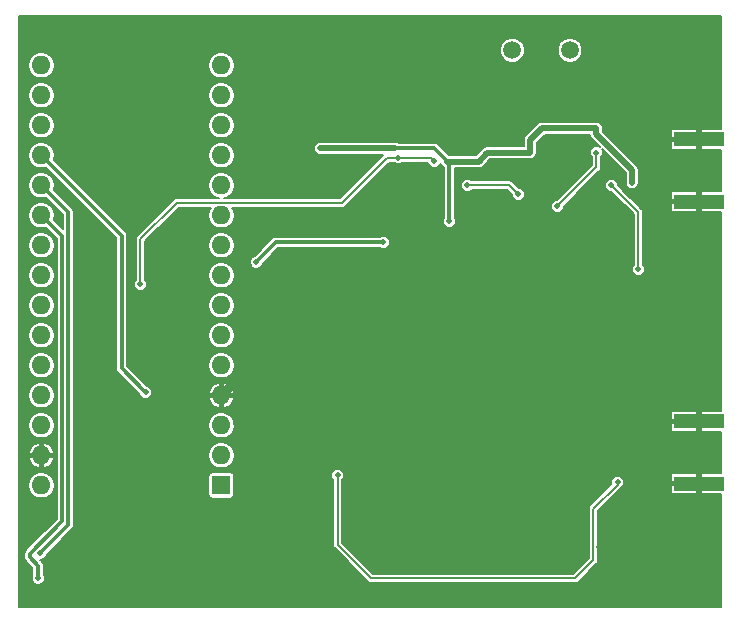
<source format=gbr>
G04 #@! TF.GenerationSoftware,KiCad,Pcbnew,6.0.0-rc1-unknown-0cca1c6~65~ubuntu16.04.1*
G04 #@! TF.CreationDate,2018-08-01T17:46:40+02:00*
G04 #@! TF.ProjectId,ArduinoSpecAn,41726475696E6F53706563416E2E6B69,1.0*
G04 #@! TF.SameCoordinates,Original*
G04 #@! TF.FileFunction,Copper,L2,Bot,Signal*
G04 #@! TF.FilePolarity,Positive*
%FSLAX46Y46*%
G04 Gerber Fmt 4.6, Leading zero omitted, Abs format (unit mm)*
G04 Created by KiCad (PCBNEW 6.0.0-rc1-unknown-0cca1c6~65~ubuntu16.04.1) date Wed Aug  1 17:46:40 2018*
%MOMM*%
%LPD*%
G01*
G04 APERTURE LIST*
G04 #@! TA.AperFunction,ComponentPad*
%ADD10R,1.600000X1.600000*%
G04 #@! TD*
G04 #@! TA.AperFunction,ComponentPad*
%ADD11O,1.600000X1.600000*%
G04 #@! TD*
G04 #@! TA.AperFunction,ConnectorPad*
%ADD12R,4.200000X1.200000*%
G04 #@! TD*
G04 #@! TA.AperFunction,ComponentPad*
%ADD13C,1.500000*%
G04 #@! TD*
G04 #@! TA.AperFunction,ViaPad*
%ADD14C,0.500000*%
G04 #@! TD*
G04 #@! TA.AperFunction,Conductor*
%ADD15C,0.342000*%
G04 #@! TD*
G04 #@! TA.AperFunction,Conductor*
%ADD16C,0.762000*%
G04 #@! TD*
G04 #@! TA.AperFunction,Conductor*
%ADD17C,0.203200*%
G04 #@! TD*
G04 #@! TA.AperFunction,Conductor*
%ADD18C,0.500000*%
G04 #@! TD*
G04 APERTURE END LIST*
D10*
G04 #@! TO.P,A1,1*
G04 #@! TO.N,N/C*
X125222000Y-125984000D03*
D11*
G04 #@! TO.P,A1,17*
X109982000Y-92964000D03*
G04 #@! TO.P,A1,2*
X125222000Y-123444000D03*
G04 #@! TO.P,A1,18*
X109982000Y-95504000D03*
G04 #@! TO.P,A1,3*
X125222000Y-120904000D03*
G04 #@! TO.P,A1,19*
G04 #@! TO.N,/A0*
X109982000Y-98044000D03*
G04 #@! TO.P,A1,4*
G04 #@! TO.N,GND*
X125222000Y-118364000D03*
G04 #@! TO.P,A1,20*
G04 #@! TO.N,/A1*
X109982000Y-100584000D03*
G04 #@! TO.P,A1,5*
G04 #@! TO.N,N/C*
X125222000Y-115824000D03*
G04 #@! TO.P,A1,21*
G04 #@! TO.N,/A2*
X109982000Y-103124000D03*
G04 #@! TO.P,A1,6*
G04 #@! TO.N,N/C*
X125222000Y-113284000D03*
G04 #@! TO.P,A1,22*
X109982000Y-105664000D03*
G04 #@! TO.P,A1,7*
X125222000Y-110744000D03*
G04 #@! TO.P,A1,23*
G04 #@! TO.N,/SDA*
X109982000Y-108204000D03*
G04 #@! TO.P,A1,8*
G04 #@! TO.N,N/C*
X125222000Y-108204000D03*
G04 #@! TO.P,A1,24*
G04 #@! TO.N,/SCL*
X109982000Y-110744000D03*
G04 #@! TO.P,A1,9*
G04 #@! TO.N,N/C*
X125222000Y-105664000D03*
G04 #@! TO.P,A1,25*
X109982000Y-113284000D03*
G04 #@! TO.P,A1,10*
X125222000Y-103124000D03*
G04 #@! TO.P,A1,26*
X109982000Y-115824000D03*
G04 #@! TO.P,A1,11*
X125222000Y-100584000D03*
G04 #@! TO.P,A1,27*
G04 #@! TO.N,+5V*
X109982000Y-118364000D03*
G04 #@! TO.P,A1,12*
G04 #@! TO.N,N/C*
X125222000Y-98044000D03*
G04 #@! TO.P,A1,28*
X109982000Y-120904000D03*
G04 #@! TO.P,A1,13*
X125222000Y-95504000D03*
G04 #@! TO.P,A1,29*
G04 #@! TO.N,GND*
X109982000Y-123444000D03*
G04 #@! TO.P,A1,14*
G04 #@! TO.N,N/C*
X125222000Y-92964000D03*
G04 #@! TO.P,A1,30*
X109982000Y-125984000D03*
G04 #@! TO.P,A1,15*
X125222000Y-90424000D03*
G04 #@! TO.P,A1,16*
X109982000Y-90424000D03*
G04 #@! TD*
D12*
G04 #@! TO.P,J1,4*
G04 #@! TO.N,GND*
X165676000Y-120560000D03*
G04 #@! TO.P,J1,5*
X165676000Y-125820000D03*
G04 #@! TD*
G04 #@! TO.P,J2,4*
G04 #@! TO.N,GND*
X165676000Y-96684000D03*
G04 #@! TO.P,J2,5*
X165676000Y-101944000D03*
G04 #@! TD*
D13*
G04 #@! TO.P,Y1,1*
G04 #@! TO.N,Net-(U4-Pad2)*
X149860000Y-89154000D03*
G04 #@! TO.P,Y1,2*
G04 #@! TO.N,Net-(U4-Pad3)*
X154740000Y-89154000D03*
G04 #@! TD*
D14*
G04 #@! TO.N,GND*
X164846000Y-108966000D03*
X164846000Y-113284000D03*
X164846000Y-110871000D03*
X157226000Y-131191000D03*
X149225000Y-107696000D03*
X149225000Y-115824000D03*
X149225000Y-112649000D03*
X149225000Y-110236000D03*
X130302000Y-123190000D03*
X137033000Y-114427000D03*
X130302000Y-112395000D03*
X130302000Y-116332000D03*
X130302000Y-120015000D03*
X142240000Y-129286000D03*
X151130000Y-129286000D03*
X149098000Y-129286000D03*
X146939000Y-129286000D03*
X144526000Y-129286000D03*
X142113000Y-122047000D03*
X151257000Y-122047000D03*
X149098000Y-122047000D03*
X146939000Y-122047000D03*
X144526000Y-122047000D03*
X133731000Y-120666000D03*
X158776500Y-128270000D03*
X165676000Y-120560000D03*
X165676000Y-125820000D03*
X156691500Y-120650000D03*
X164973000Y-91059000D03*
X160655000Y-96139000D03*
X161544000Y-93345000D03*
X129667000Y-87884000D03*
X143510000Y-90043000D03*
X139192000Y-87884000D03*
X134366000Y-87884000D03*
X131265000Y-107188000D03*
X131304000Y-103734000D03*
X165676000Y-101944000D03*
X165676000Y-96684000D03*
X159993500Y-98271500D03*
X151357500Y-95731500D03*
X166624000Y-135636000D03*
X158496000Y-135636000D03*
X150114000Y-135636000D03*
X117856000Y-135636000D03*
X108712000Y-135636000D03*
X112014000Y-87884000D03*
X109220000Y-87884000D03*
X121412000Y-119126000D03*
X116840000Y-119126000D03*
X146707111Y-103779588D03*
X158242063Y-101341990D03*
X138176000Y-107188000D03*
X143002000Y-106426000D03*
G04 #@! TO.N,/A0*
X118806590Y-118112437D03*
G04 #@! TO.N,+5V*
X158776500Y-125730000D03*
X135067000Y-125138000D03*
G04 #@! TO.N,/3.3V_cust*
X151357500Y-97816500D03*
X156972000Y-95731500D03*
X147000000Y-98568000D03*
X133604000Y-97434000D03*
X144526000Y-103632000D03*
X159993500Y-100356500D03*
G04 #@! TO.N,Net-(Q1-Pad3)*
X146050000Y-100568000D03*
X150368000Y-101346000D03*
G04 #@! TO.N,/SDA*
X138938000Y-105410000D03*
X128162599Y-107080599D03*
G04 #@! TO.N,/SCL*
X140208000Y-98245000D03*
X118364000Y-108966000D03*
X143256070Y-98552000D03*
G04 #@! TO.N,Net-(Q6-Pad2)*
X156972000Y-97816500D03*
X153670000Y-102362000D03*
G04 #@! TO.N,Net-(TP3-Pad1)*
X158242000Y-100584000D03*
X160528000Y-107696000D03*
G04 #@! TO.N,/A1*
X109866213Y-131736713D03*
G04 #@! TO.N,/A2*
X109701500Y-133858000D03*
G04 #@! TD*
D15*
G04 #@! TO.N,GND*
X164846000Y-110871000D02*
X164846000Y-108966000D01*
X149225000Y-110236000D02*
X149225000Y-112649000D01*
X130302000Y-112395000D02*
X132334000Y-114427000D01*
X130302000Y-120015000D02*
X130302000Y-116332000D01*
X146939000Y-129286000D02*
X149098000Y-129286000D01*
X144526000Y-129286000D02*
X142240000Y-129286000D01*
X146939000Y-122047000D02*
X149098000Y-122047000D01*
X144526000Y-122047000D02*
X142113000Y-122047000D01*
X130953000Y-120666000D02*
X130302000Y-120015000D01*
X133731000Y-120666000D02*
X130953000Y-120666000D01*
X165676000Y-124878000D02*
X165676000Y-120560000D01*
X165676000Y-125820000D02*
X165676000Y-124878000D01*
X165586000Y-120650000D02*
X165676000Y-120560000D01*
X156691500Y-120650000D02*
X165586000Y-120650000D01*
X160655000Y-96139000D02*
X160655000Y-94234000D01*
X161544000Y-93345000D02*
X160655000Y-94234000D01*
X143510000Y-90043000D02*
X143510000Y-89154000D01*
X142240000Y-87884000D02*
X143510000Y-89154000D01*
X139192000Y-87884000D02*
X142240000Y-87884000D01*
X134366000Y-87884000D02*
X129667000Y-87884000D01*
D16*
X131265000Y-108700000D02*
X129286000Y-110679000D01*
X131265000Y-107188000D02*
X131265000Y-108700000D01*
X129286000Y-114300000D02*
X125222000Y-118364000D01*
X129286000Y-110679000D02*
X129286000Y-114300000D01*
D17*
X165676000Y-101140800D02*
X165676000Y-96684000D01*
X165676000Y-101944000D02*
X165676000Y-101140800D01*
X159993500Y-96800500D02*
X160655000Y-96139000D01*
X161353500Y-96684000D02*
X159993500Y-98044000D01*
X165676000Y-96684000D02*
X161353500Y-96684000D01*
X159993500Y-98044000D02*
X159993500Y-96800500D01*
X159993500Y-98271500D02*
X159993500Y-98044000D01*
X166624000Y-135636000D02*
X158496000Y-135636000D01*
X150114000Y-135636000D02*
X117856000Y-135636000D01*
X129667000Y-87884000D02*
X112014000Y-87884000D01*
D15*
X155804465Y-103779588D02*
X157992064Y-101591989D01*
X146707111Y-103779588D02*
X155804465Y-103779588D01*
X146707111Y-103779588D02*
X146057663Y-104429036D01*
X157992064Y-101591989D02*
X158242063Y-101341990D01*
D16*
X138176000Y-107188000D02*
X131265000Y-107188000D01*
D18*
X142240000Y-107188000D02*
X143002000Y-106426000D01*
X138176000Y-107188000D02*
X142240000Y-107188000D01*
X144060699Y-106426000D02*
X146707111Y-103779588D01*
X143002000Y-106426000D02*
X144060699Y-106426000D01*
D15*
G04 #@! TO.N,/A0*
X109982000Y-98044000D02*
X116774598Y-104836598D01*
X116774598Y-116080445D02*
X118556591Y-117862438D01*
X118556591Y-117862438D02*
X118806590Y-118112437D01*
X116774598Y-104836598D02*
X116774598Y-116080445D01*
D17*
G04 #@! TO.N,+5V*
X158776500Y-125907500D02*
X156718000Y-127966000D01*
X158776500Y-125730000D02*
X158776500Y-125907500D01*
X156718000Y-127966000D02*
X156718000Y-132334000D01*
X156718000Y-132334000D02*
X155194000Y-133858000D01*
X155194000Y-133858000D02*
X137922000Y-133858000D01*
X135067000Y-131003000D02*
X135067000Y-125138000D01*
X137922000Y-133858000D02*
X135067000Y-131003000D01*
D18*
G04 #@! TO.N,/3.3V_cust*
X151357500Y-96744000D02*
X151357500Y-97816500D01*
X152370000Y-95731500D02*
X151357500Y-96744000D01*
X156972000Y-95731500D02*
X152370000Y-95731500D01*
X147751500Y-97816500D02*
X147000000Y-98568000D01*
X151357500Y-97816500D02*
X147751500Y-97816500D01*
X147000000Y-98568000D02*
X144288000Y-98568000D01*
D15*
X144526000Y-98806000D02*
X144288000Y-98568000D01*
X144526000Y-103632000D02*
X144526000Y-98806000D01*
D18*
X156972000Y-96262500D02*
X156972000Y-95731500D01*
X159993500Y-99284000D02*
X156972000Y-96262500D01*
X159993500Y-100356500D02*
X159993500Y-99284000D01*
X136004000Y-97434000D02*
X133604000Y-97434000D01*
X139954000Y-97434000D02*
X136004000Y-97434000D01*
D15*
X139954000Y-97434000D02*
X143240634Y-97434000D01*
X144288000Y-98481366D02*
X144288000Y-98568000D01*
X143240634Y-97434000D02*
X144288000Y-98481366D01*
D17*
G04 #@! TO.N,Net-(Q1-Pad3)*
X149590000Y-100568000D02*
X146050000Y-100568000D01*
X150368000Y-101346000D02*
X149590000Y-100568000D01*
D15*
G04 #@! TO.N,/SDA*
X129833198Y-105410000D02*
X128162599Y-107080599D01*
X138938000Y-105410000D02*
X129833198Y-105410000D01*
D17*
G04 #@! TO.N,/SCL*
X135429801Y-102069999D02*
X121450001Y-102069999D01*
X139254800Y-98245000D02*
X135429801Y-102069999D01*
X140208000Y-98245000D02*
X139254800Y-98245000D01*
X118364000Y-105156000D02*
X118364000Y-108966000D01*
X121450001Y-102069999D02*
X118364000Y-105156000D01*
X143006071Y-98302001D02*
X143256070Y-98552000D01*
X140208000Y-98245000D02*
X142949070Y-98245000D01*
X142949070Y-98245000D02*
X143006071Y-98302001D01*
G04 #@! TO.N,Net-(Q6-Pad2)*
X156972000Y-99060000D02*
X153919999Y-102112001D01*
X153919999Y-102112001D02*
X153670000Y-102362000D01*
X156972000Y-97816500D02*
X156972000Y-99060000D01*
G04 #@! TO.N,Net-(TP3-Pad1)*
X160528000Y-102870000D02*
X160528000Y-107696000D01*
X158242000Y-100584000D02*
X160528000Y-102870000D01*
D15*
G04 #@! TO.N,/A1*
X110116212Y-131486714D02*
X109866213Y-131736713D01*
X112268000Y-129334926D02*
X110116212Y-131486714D01*
X112268000Y-102870000D02*
X112268000Y-129334926D01*
X109982000Y-100584000D02*
X112268000Y-102870000D01*
G04 #@! TO.N,/A2*
X109701500Y-132766000D02*
X109015500Y-132080000D01*
X109701500Y-133858000D02*
X109701500Y-132766000D01*
X109015500Y-132080000D02*
X109015500Y-131776500D01*
X109015500Y-131776500D02*
X111760000Y-129032000D01*
X111760000Y-104902000D02*
X109982000Y-103124000D01*
X111760000Y-129032000D02*
X111760000Y-104902000D01*
G04 #@! TD*
D17*
G04 #@! TO.N,GND*
G36*
X167514200Y-86263318D02*
X167514200Y-95779200D01*
X165904600Y-95779200D01*
X165828400Y-95855400D01*
X165828400Y-96531600D01*
X165848400Y-96531600D01*
X165848400Y-96836400D01*
X165828400Y-96836400D01*
X165828400Y-97512600D01*
X165904600Y-97588800D01*
X167514200Y-97588800D01*
X167514200Y-101039200D01*
X165904600Y-101039200D01*
X165828400Y-101115400D01*
X165828400Y-101791600D01*
X165848400Y-101791600D01*
X165848400Y-102096400D01*
X165828400Y-102096400D01*
X165828400Y-102772600D01*
X165904600Y-102848800D01*
X167514200Y-102848800D01*
X167514201Y-119655200D01*
X165904600Y-119655200D01*
X165828400Y-119731400D01*
X165828400Y-120407600D01*
X165848400Y-120407600D01*
X165848400Y-120712400D01*
X165828400Y-120712400D01*
X165828400Y-121388600D01*
X165904600Y-121464800D01*
X167514201Y-121464800D01*
X167514201Y-124915200D01*
X165904600Y-124915200D01*
X165828400Y-124991400D01*
X165828400Y-125667600D01*
X165848400Y-125667600D01*
X165848400Y-125972400D01*
X165828400Y-125972400D01*
X165828400Y-126648600D01*
X165904600Y-126724800D01*
X167514201Y-126724800D01*
X167514201Y-136240681D01*
X167482682Y-136272200D01*
X108107318Y-136272200D01*
X108075800Y-136240682D01*
X108075800Y-131776500D01*
X108530380Y-131776500D01*
X108539700Y-131823355D01*
X108539700Y-132033145D01*
X108530380Y-132080000D01*
X108539700Y-132126855D01*
X108539700Y-132126858D01*
X108567307Y-132265647D01*
X108672468Y-132423032D01*
X108712194Y-132449576D01*
X109225701Y-132963084D01*
X109225700Y-133556919D01*
X109146700Y-133747643D01*
X109146700Y-133968357D01*
X109231163Y-134172269D01*
X109387231Y-134328337D01*
X109591143Y-134412800D01*
X109811857Y-134412800D01*
X110015769Y-134328337D01*
X110171837Y-134172269D01*
X110256300Y-133968357D01*
X110256300Y-133747643D01*
X110177300Y-133556920D01*
X110177300Y-132812855D01*
X110186620Y-132766000D01*
X110177300Y-132719145D01*
X110177300Y-132719141D01*
X110149693Y-132580352D01*
X110091038Y-132492569D01*
X110071076Y-132462693D01*
X110071074Y-132462691D01*
X110044532Y-132422968D01*
X110004808Y-132396425D01*
X109899896Y-132291513D01*
X109976570Y-132291513D01*
X110180482Y-132207050D01*
X110336550Y-132050982D01*
X110415551Y-131860257D01*
X112571306Y-129704502D01*
X112611032Y-129677958D01*
X112716193Y-129520574D01*
X112743800Y-129381785D01*
X112743800Y-129381782D01*
X112753120Y-129334926D01*
X112743800Y-129288071D01*
X112743800Y-125184000D01*
X124111229Y-125184000D01*
X124111229Y-126784000D01*
X124134885Y-126902927D01*
X124202252Y-127003748D01*
X124303073Y-127071115D01*
X124422000Y-127094771D01*
X126022000Y-127094771D01*
X126140927Y-127071115D01*
X126241748Y-127003748D01*
X126309115Y-126902927D01*
X126332771Y-126784000D01*
X126332771Y-125184000D01*
X126309115Y-125065073D01*
X126284105Y-125027643D01*
X134512200Y-125027643D01*
X134512200Y-125248357D01*
X134596663Y-125452269D01*
X134660601Y-125516207D01*
X134660600Y-130962982D01*
X134652640Y-131003000D01*
X134660600Y-131043018D01*
X134660600Y-131043022D01*
X134684180Y-131161568D01*
X134774003Y-131295997D01*
X134807935Y-131318670D01*
X137606332Y-134117068D01*
X137629003Y-134150997D01*
X137662932Y-134173668D01*
X137763430Y-134240820D01*
X137790184Y-134246141D01*
X137881977Y-134264400D01*
X137881980Y-134264400D01*
X137922000Y-134272360D01*
X137962019Y-134264400D01*
X155153982Y-134264400D01*
X155194000Y-134272360D01*
X155234018Y-134264400D01*
X155234023Y-134264400D01*
X155352569Y-134240820D01*
X155486997Y-134150997D01*
X155509670Y-134117065D01*
X156977068Y-132649668D01*
X157010997Y-132626997D01*
X157100820Y-132492569D01*
X157124400Y-132374023D01*
X157124400Y-132374015D01*
X157132359Y-132334001D01*
X157124400Y-132293986D01*
X157124400Y-128134335D01*
X159035512Y-126223225D01*
X159090769Y-126200337D01*
X159242506Y-126048600D01*
X163271200Y-126048600D01*
X163271200Y-126480629D01*
X163317603Y-126592656D01*
X163403345Y-126678397D01*
X163515372Y-126724800D01*
X165447400Y-126724800D01*
X165523600Y-126648600D01*
X165523600Y-125972400D01*
X163347400Y-125972400D01*
X163271200Y-126048600D01*
X159242506Y-126048600D01*
X159246837Y-126044269D01*
X159331300Y-125840357D01*
X159331300Y-125619643D01*
X159246837Y-125415731D01*
X159090769Y-125259663D01*
X158886857Y-125175200D01*
X158666143Y-125175200D01*
X158462231Y-125259663D01*
X158306163Y-125415731D01*
X158221700Y-125619643D01*
X158221700Y-125840357D01*
X158235526Y-125873737D01*
X156458935Y-127650330D01*
X156425003Y-127673003D01*
X156335180Y-127807432D01*
X156311600Y-127925978D01*
X156311600Y-127925982D01*
X156303640Y-127966000D01*
X156311600Y-128006018D01*
X156311601Y-132165663D01*
X155025665Y-133451600D01*
X138090336Y-133451600D01*
X135473400Y-130834665D01*
X135473400Y-125516206D01*
X135537337Y-125452269D01*
X135621800Y-125248357D01*
X135621800Y-125159371D01*
X163271200Y-125159371D01*
X163271200Y-125591400D01*
X163347400Y-125667600D01*
X165523600Y-125667600D01*
X165523600Y-124991400D01*
X165447400Y-124915200D01*
X163515372Y-124915200D01*
X163403345Y-124961603D01*
X163317603Y-125047344D01*
X163271200Y-125159371D01*
X135621800Y-125159371D01*
X135621800Y-125027643D01*
X135537337Y-124823731D01*
X135381269Y-124667663D01*
X135177357Y-124583200D01*
X134956643Y-124583200D01*
X134752731Y-124667663D01*
X134596663Y-124823731D01*
X134512200Y-125027643D01*
X126284105Y-125027643D01*
X126241748Y-124964252D01*
X126140927Y-124896885D01*
X126022000Y-124873229D01*
X124422000Y-124873229D01*
X124303073Y-124896885D01*
X124202252Y-124964252D01*
X124134885Y-125065073D01*
X124111229Y-125184000D01*
X112743800Y-125184000D01*
X112743800Y-123444000D01*
X124095556Y-123444000D01*
X124181301Y-123875071D01*
X124425484Y-124240516D01*
X124790929Y-124484699D01*
X125113188Y-124548800D01*
X125330812Y-124548800D01*
X125653071Y-124484699D01*
X126018516Y-124240516D01*
X126262699Y-123875071D01*
X126348444Y-123444000D01*
X126262699Y-123012929D01*
X126018516Y-122647484D01*
X125653071Y-122403301D01*
X125330812Y-122339200D01*
X125113188Y-122339200D01*
X124790929Y-122403301D01*
X124425484Y-122647484D01*
X124181301Y-123012929D01*
X124095556Y-123444000D01*
X112743800Y-123444000D01*
X112743800Y-120904000D01*
X124095556Y-120904000D01*
X124181301Y-121335071D01*
X124425484Y-121700516D01*
X124790929Y-121944699D01*
X125113188Y-122008800D01*
X125330812Y-122008800D01*
X125653071Y-121944699D01*
X126018516Y-121700516D01*
X126262699Y-121335071D01*
X126348444Y-120904000D01*
X126325490Y-120788600D01*
X163271200Y-120788600D01*
X163271200Y-121220629D01*
X163317603Y-121332656D01*
X163403345Y-121418397D01*
X163515372Y-121464800D01*
X165447400Y-121464800D01*
X165523600Y-121388600D01*
X165523600Y-120712400D01*
X163347400Y-120712400D01*
X163271200Y-120788600D01*
X126325490Y-120788600D01*
X126262699Y-120472929D01*
X126018516Y-120107484D01*
X125707054Y-119899371D01*
X163271200Y-119899371D01*
X163271200Y-120331400D01*
X163347400Y-120407600D01*
X165523600Y-120407600D01*
X165523600Y-119731400D01*
X165447400Y-119655200D01*
X163515372Y-119655200D01*
X163403345Y-119701603D01*
X163317603Y-119787344D01*
X163271200Y-119899371D01*
X125707054Y-119899371D01*
X125653071Y-119863301D01*
X125330812Y-119799200D01*
X125113188Y-119799200D01*
X124790929Y-119863301D01*
X124425484Y-120107484D01*
X124181301Y-120472929D01*
X124095556Y-120904000D01*
X112743800Y-120904000D01*
X112743800Y-118685700D01*
X124165074Y-118685700D01*
X124247151Y-118883892D01*
X124520311Y-119217376D01*
X124900297Y-119420941D01*
X125069600Y-119382054D01*
X125069600Y-118516400D01*
X125374400Y-118516400D01*
X125374400Y-119382054D01*
X125543703Y-119420941D01*
X125923689Y-119217376D01*
X126196849Y-118883892D01*
X126278926Y-118685700D01*
X126239247Y-118516400D01*
X125374400Y-118516400D01*
X125069600Y-118516400D01*
X124204753Y-118516400D01*
X124165074Y-118685700D01*
X112743800Y-118685700D01*
X112743800Y-102916855D01*
X112753120Y-102869999D01*
X112743800Y-102823142D01*
X112743800Y-102823141D01*
X112716193Y-102684352D01*
X112696579Y-102654997D01*
X112637575Y-102566692D01*
X112637574Y-102566691D01*
X112611032Y-102526968D01*
X112571309Y-102500426D01*
X111033194Y-100962311D01*
X111108444Y-100584000D01*
X111022699Y-100152929D01*
X110778516Y-99787484D01*
X110413071Y-99543301D01*
X110090812Y-99479200D01*
X109873188Y-99479200D01*
X109550929Y-99543301D01*
X109185484Y-99787484D01*
X108941301Y-100152929D01*
X108855556Y-100584000D01*
X108941301Y-101015071D01*
X109185484Y-101380516D01*
X109550929Y-101624699D01*
X109873188Y-101688800D01*
X110090812Y-101688800D01*
X110360311Y-101635194D01*
X111792200Y-103067083D01*
X111792200Y-104261318D01*
X111033193Y-103502311D01*
X111108444Y-103124000D01*
X111022699Y-102692929D01*
X110778516Y-102327484D01*
X110413071Y-102083301D01*
X110090812Y-102019200D01*
X109873188Y-102019200D01*
X109550929Y-102083301D01*
X109185484Y-102327484D01*
X108941301Y-102692929D01*
X108855556Y-103124000D01*
X108941301Y-103555071D01*
X109185484Y-103920516D01*
X109550929Y-104164699D01*
X109873188Y-104228800D01*
X110090812Y-104228800D01*
X110360311Y-104175193D01*
X111284201Y-105099083D01*
X111284200Y-128834917D01*
X108712192Y-131406926D01*
X108672469Y-131433468D01*
X108645927Y-131473191D01*
X108645925Y-131473193D01*
X108567307Y-131590853D01*
X108559161Y-131631807D01*
X108539700Y-131729641D01*
X108539700Y-131729645D01*
X108530380Y-131776500D01*
X108075800Y-131776500D01*
X108075800Y-125984000D01*
X108855556Y-125984000D01*
X108941301Y-126415071D01*
X109185484Y-126780516D01*
X109550929Y-127024699D01*
X109873188Y-127088800D01*
X110090812Y-127088800D01*
X110413071Y-127024699D01*
X110778516Y-126780516D01*
X111022699Y-126415071D01*
X111108444Y-125984000D01*
X111022699Y-125552929D01*
X110778516Y-125187484D01*
X110413071Y-124943301D01*
X110090812Y-124879200D01*
X109873188Y-124879200D01*
X109550929Y-124943301D01*
X109185484Y-125187484D01*
X108941301Y-125552929D01*
X108855556Y-125984000D01*
X108075800Y-125984000D01*
X108075800Y-123765700D01*
X108925074Y-123765700D01*
X109007151Y-123963892D01*
X109280311Y-124297376D01*
X109660297Y-124500941D01*
X109829600Y-124462054D01*
X109829600Y-123596400D01*
X110134400Y-123596400D01*
X110134400Y-124462054D01*
X110303703Y-124500941D01*
X110683689Y-124297376D01*
X110956849Y-123963892D01*
X111038926Y-123765700D01*
X110999247Y-123596400D01*
X110134400Y-123596400D01*
X109829600Y-123596400D01*
X108964753Y-123596400D01*
X108925074Y-123765700D01*
X108075800Y-123765700D01*
X108075800Y-123122300D01*
X108925074Y-123122300D01*
X108964753Y-123291600D01*
X109829600Y-123291600D01*
X109829600Y-122425946D01*
X110134400Y-122425946D01*
X110134400Y-123291600D01*
X110999247Y-123291600D01*
X111038926Y-123122300D01*
X110956849Y-122924108D01*
X110683689Y-122590624D01*
X110303703Y-122387059D01*
X110134400Y-122425946D01*
X109829600Y-122425946D01*
X109660297Y-122387059D01*
X109280311Y-122590624D01*
X109007151Y-122924108D01*
X108925074Y-123122300D01*
X108075800Y-123122300D01*
X108075800Y-120904000D01*
X108855556Y-120904000D01*
X108941301Y-121335071D01*
X109185484Y-121700516D01*
X109550929Y-121944699D01*
X109873188Y-122008800D01*
X110090812Y-122008800D01*
X110413071Y-121944699D01*
X110778516Y-121700516D01*
X111022699Y-121335071D01*
X111108444Y-120904000D01*
X111022699Y-120472929D01*
X110778516Y-120107484D01*
X110413071Y-119863301D01*
X110090812Y-119799200D01*
X109873188Y-119799200D01*
X109550929Y-119863301D01*
X109185484Y-120107484D01*
X108941301Y-120472929D01*
X108855556Y-120904000D01*
X108075800Y-120904000D01*
X108075800Y-118364000D01*
X108855556Y-118364000D01*
X108941301Y-118795071D01*
X109185484Y-119160516D01*
X109550929Y-119404699D01*
X109873188Y-119468800D01*
X110090812Y-119468800D01*
X110413071Y-119404699D01*
X110778516Y-119160516D01*
X111022699Y-118795071D01*
X111108444Y-118364000D01*
X111022699Y-117932929D01*
X110778516Y-117567484D01*
X110413071Y-117323301D01*
X110090812Y-117259200D01*
X109873188Y-117259200D01*
X109550929Y-117323301D01*
X109185484Y-117567484D01*
X108941301Y-117932929D01*
X108855556Y-118364000D01*
X108075800Y-118364000D01*
X108075800Y-115824000D01*
X108855556Y-115824000D01*
X108941301Y-116255071D01*
X109185484Y-116620516D01*
X109550929Y-116864699D01*
X109873188Y-116928800D01*
X110090812Y-116928800D01*
X110413071Y-116864699D01*
X110778516Y-116620516D01*
X111022699Y-116255071D01*
X111108444Y-115824000D01*
X111022699Y-115392929D01*
X110778516Y-115027484D01*
X110413071Y-114783301D01*
X110090812Y-114719200D01*
X109873188Y-114719200D01*
X109550929Y-114783301D01*
X109185484Y-115027484D01*
X108941301Y-115392929D01*
X108855556Y-115824000D01*
X108075800Y-115824000D01*
X108075800Y-113284000D01*
X108855556Y-113284000D01*
X108941301Y-113715071D01*
X109185484Y-114080516D01*
X109550929Y-114324699D01*
X109873188Y-114388800D01*
X110090812Y-114388800D01*
X110413071Y-114324699D01*
X110778516Y-114080516D01*
X111022699Y-113715071D01*
X111108444Y-113284000D01*
X111022699Y-112852929D01*
X110778516Y-112487484D01*
X110413071Y-112243301D01*
X110090812Y-112179200D01*
X109873188Y-112179200D01*
X109550929Y-112243301D01*
X109185484Y-112487484D01*
X108941301Y-112852929D01*
X108855556Y-113284000D01*
X108075800Y-113284000D01*
X108075800Y-110744000D01*
X108855556Y-110744000D01*
X108941301Y-111175071D01*
X109185484Y-111540516D01*
X109550929Y-111784699D01*
X109873188Y-111848800D01*
X110090812Y-111848800D01*
X110413071Y-111784699D01*
X110778516Y-111540516D01*
X111022699Y-111175071D01*
X111108444Y-110744000D01*
X111022699Y-110312929D01*
X110778516Y-109947484D01*
X110413071Y-109703301D01*
X110090812Y-109639200D01*
X109873188Y-109639200D01*
X109550929Y-109703301D01*
X109185484Y-109947484D01*
X108941301Y-110312929D01*
X108855556Y-110744000D01*
X108075800Y-110744000D01*
X108075800Y-108204000D01*
X108855556Y-108204000D01*
X108941301Y-108635071D01*
X109185484Y-109000516D01*
X109550929Y-109244699D01*
X109873188Y-109308800D01*
X110090812Y-109308800D01*
X110413071Y-109244699D01*
X110778516Y-109000516D01*
X111022699Y-108635071D01*
X111108444Y-108204000D01*
X111022699Y-107772929D01*
X110778516Y-107407484D01*
X110413071Y-107163301D01*
X110090812Y-107099200D01*
X109873188Y-107099200D01*
X109550929Y-107163301D01*
X109185484Y-107407484D01*
X108941301Y-107772929D01*
X108855556Y-108204000D01*
X108075800Y-108204000D01*
X108075800Y-105664000D01*
X108855556Y-105664000D01*
X108941301Y-106095071D01*
X109185484Y-106460516D01*
X109550929Y-106704699D01*
X109873188Y-106768800D01*
X110090812Y-106768800D01*
X110413071Y-106704699D01*
X110778516Y-106460516D01*
X111022699Y-106095071D01*
X111108444Y-105664000D01*
X111022699Y-105232929D01*
X110778516Y-104867484D01*
X110413071Y-104623301D01*
X110090812Y-104559200D01*
X109873188Y-104559200D01*
X109550929Y-104623301D01*
X109185484Y-104867484D01*
X108941301Y-105232929D01*
X108855556Y-105664000D01*
X108075800Y-105664000D01*
X108075800Y-98044000D01*
X108855556Y-98044000D01*
X108941301Y-98475071D01*
X109185484Y-98840516D01*
X109550929Y-99084699D01*
X109873188Y-99148800D01*
X110090812Y-99148800D01*
X110360311Y-99095193D01*
X116298798Y-105033681D01*
X116298799Y-116033585D01*
X116289478Y-116080445D01*
X116326405Y-116266092D01*
X116405023Y-116383752D01*
X116405025Y-116383754D01*
X116431567Y-116423477D01*
X116471290Y-116450019D01*
X118257252Y-118235981D01*
X118336253Y-118426706D01*
X118492321Y-118582774D01*
X118696233Y-118667237D01*
X118916947Y-118667237D01*
X119120859Y-118582774D01*
X119276927Y-118426706D01*
X119361390Y-118222794D01*
X119361390Y-118042300D01*
X124165074Y-118042300D01*
X124204753Y-118211600D01*
X125069600Y-118211600D01*
X125069600Y-117345946D01*
X125374400Y-117345946D01*
X125374400Y-118211600D01*
X126239247Y-118211600D01*
X126278926Y-118042300D01*
X126196849Y-117844108D01*
X125923689Y-117510624D01*
X125543703Y-117307059D01*
X125374400Y-117345946D01*
X125069600Y-117345946D01*
X124900297Y-117307059D01*
X124520311Y-117510624D01*
X124247151Y-117844108D01*
X124165074Y-118042300D01*
X119361390Y-118042300D01*
X119361390Y-118002080D01*
X119276927Y-117798168D01*
X119120859Y-117642100D01*
X118930134Y-117563099D01*
X117250398Y-115883363D01*
X117250398Y-115824000D01*
X124095556Y-115824000D01*
X124181301Y-116255071D01*
X124425484Y-116620516D01*
X124790929Y-116864699D01*
X125113188Y-116928800D01*
X125330812Y-116928800D01*
X125653071Y-116864699D01*
X126018516Y-116620516D01*
X126262699Y-116255071D01*
X126348444Y-115824000D01*
X126262699Y-115392929D01*
X126018516Y-115027484D01*
X125653071Y-114783301D01*
X125330812Y-114719200D01*
X125113188Y-114719200D01*
X124790929Y-114783301D01*
X124425484Y-115027484D01*
X124181301Y-115392929D01*
X124095556Y-115824000D01*
X117250398Y-115824000D01*
X117250398Y-113284000D01*
X124095556Y-113284000D01*
X124181301Y-113715071D01*
X124425484Y-114080516D01*
X124790929Y-114324699D01*
X125113188Y-114388800D01*
X125330812Y-114388800D01*
X125653071Y-114324699D01*
X126018516Y-114080516D01*
X126262699Y-113715071D01*
X126348444Y-113284000D01*
X126262699Y-112852929D01*
X126018516Y-112487484D01*
X125653071Y-112243301D01*
X125330812Y-112179200D01*
X125113188Y-112179200D01*
X124790929Y-112243301D01*
X124425484Y-112487484D01*
X124181301Y-112852929D01*
X124095556Y-113284000D01*
X117250398Y-113284000D01*
X117250398Y-110744000D01*
X124095556Y-110744000D01*
X124181301Y-111175071D01*
X124425484Y-111540516D01*
X124790929Y-111784699D01*
X125113188Y-111848800D01*
X125330812Y-111848800D01*
X125653071Y-111784699D01*
X126018516Y-111540516D01*
X126262699Y-111175071D01*
X126348444Y-110744000D01*
X126262699Y-110312929D01*
X126018516Y-109947484D01*
X125653071Y-109703301D01*
X125330812Y-109639200D01*
X125113188Y-109639200D01*
X124790929Y-109703301D01*
X124425484Y-109947484D01*
X124181301Y-110312929D01*
X124095556Y-110744000D01*
X117250398Y-110744000D01*
X117250398Y-108855643D01*
X117809200Y-108855643D01*
X117809200Y-109076357D01*
X117893663Y-109280269D01*
X118049731Y-109436337D01*
X118253643Y-109520800D01*
X118474357Y-109520800D01*
X118678269Y-109436337D01*
X118834337Y-109280269D01*
X118918800Y-109076357D01*
X118918800Y-108855643D01*
X118834337Y-108651731D01*
X118770400Y-108587794D01*
X118770400Y-108204000D01*
X124095556Y-108204000D01*
X124181301Y-108635071D01*
X124425484Y-109000516D01*
X124790929Y-109244699D01*
X125113188Y-109308800D01*
X125330812Y-109308800D01*
X125653071Y-109244699D01*
X126018516Y-109000516D01*
X126262699Y-108635071D01*
X126348444Y-108204000D01*
X126262699Y-107772929D01*
X126018516Y-107407484D01*
X125653071Y-107163301D01*
X125330812Y-107099200D01*
X125113188Y-107099200D01*
X124790929Y-107163301D01*
X124425484Y-107407484D01*
X124181301Y-107772929D01*
X124095556Y-108204000D01*
X118770400Y-108204000D01*
X118770400Y-106970242D01*
X127607799Y-106970242D01*
X127607799Y-107190956D01*
X127692262Y-107394868D01*
X127848330Y-107550936D01*
X128052242Y-107635399D01*
X128272956Y-107635399D01*
X128476868Y-107550936D01*
X128632936Y-107394868D01*
X128711937Y-107204143D01*
X130030280Y-105885800D01*
X138636920Y-105885800D01*
X138827643Y-105964800D01*
X139048357Y-105964800D01*
X139252269Y-105880337D01*
X139408337Y-105724269D01*
X139492800Y-105520357D01*
X139492800Y-105299643D01*
X139408337Y-105095731D01*
X139252269Y-104939663D01*
X139048357Y-104855200D01*
X138827643Y-104855200D01*
X138636920Y-104934200D01*
X129880053Y-104934200D01*
X129833198Y-104924880D01*
X129786342Y-104934200D01*
X129786339Y-104934200D01*
X129647550Y-104961807D01*
X129490166Y-105066968D01*
X129463622Y-105106694D01*
X128039055Y-106531261D01*
X127848330Y-106610262D01*
X127692262Y-106766330D01*
X127607799Y-106970242D01*
X118770400Y-106970242D01*
X118770400Y-105664000D01*
X124095556Y-105664000D01*
X124181301Y-106095071D01*
X124425484Y-106460516D01*
X124790929Y-106704699D01*
X125113188Y-106768800D01*
X125330812Y-106768800D01*
X125653071Y-106704699D01*
X126018516Y-106460516D01*
X126262699Y-106095071D01*
X126348444Y-105664000D01*
X126262699Y-105232929D01*
X126018516Y-104867484D01*
X125653071Y-104623301D01*
X125330812Y-104559200D01*
X125113188Y-104559200D01*
X124790929Y-104623301D01*
X124425484Y-104867484D01*
X124181301Y-105232929D01*
X124095556Y-105664000D01*
X118770400Y-105664000D01*
X118770400Y-105324335D01*
X121618337Y-102476399D01*
X124325982Y-102476399D01*
X124181301Y-102692929D01*
X124095556Y-103124000D01*
X124181301Y-103555071D01*
X124425484Y-103920516D01*
X124790929Y-104164699D01*
X125113188Y-104228800D01*
X125330812Y-104228800D01*
X125653071Y-104164699D01*
X126018516Y-103920516D01*
X126262699Y-103555071D01*
X126348444Y-103124000D01*
X126262699Y-102692929D01*
X126118018Y-102476399D01*
X135389783Y-102476399D01*
X135429801Y-102484359D01*
X135469819Y-102476399D01*
X135469824Y-102476399D01*
X135588370Y-102452819D01*
X135722798Y-102362996D01*
X135745471Y-102329064D01*
X139423136Y-98651400D01*
X139829794Y-98651400D01*
X139893731Y-98715337D01*
X140097643Y-98799800D01*
X140318357Y-98799800D01*
X140522269Y-98715337D01*
X140586206Y-98651400D01*
X142701270Y-98651400D01*
X142701270Y-98662357D01*
X142785733Y-98866269D01*
X142941801Y-99022337D01*
X143145713Y-99106800D01*
X143366427Y-99106800D01*
X143570339Y-99022337D01*
X143726407Y-98866269D01*
X143763735Y-98776151D01*
X143765390Y-98784472D01*
X143888012Y-98967988D01*
X144050201Y-99076360D01*
X144050200Y-103330920D01*
X143971200Y-103521643D01*
X143971200Y-103742357D01*
X144055663Y-103946269D01*
X144211731Y-104102337D01*
X144415643Y-104186800D01*
X144636357Y-104186800D01*
X144840269Y-104102337D01*
X144996337Y-103946269D01*
X145080800Y-103742357D01*
X145080800Y-103521643D01*
X145001800Y-103330920D01*
X145001800Y-100457643D01*
X145495200Y-100457643D01*
X145495200Y-100678357D01*
X145579663Y-100882269D01*
X145735731Y-101038337D01*
X145939643Y-101122800D01*
X146160357Y-101122800D01*
X146364269Y-101038337D01*
X146428206Y-100974400D01*
X149421665Y-100974400D01*
X149813200Y-101365936D01*
X149813200Y-101456357D01*
X149897663Y-101660269D01*
X150053731Y-101816337D01*
X150257643Y-101900800D01*
X150478357Y-101900800D01*
X150682269Y-101816337D01*
X150838337Y-101660269D01*
X150922800Y-101456357D01*
X150922800Y-101235643D01*
X150838337Y-101031731D01*
X150682269Y-100875663D01*
X150478357Y-100791200D01*
X150387936Y-100791200D01*
X149905670Y-100308935D01*
X149882997Y-100275003D01*
X149748569Y-100185180D01*
X149630023Y-100161600D01*
X149630018Y-100161600D01*
X149590000Y-100153640D01*
X149549982Y-100161600D01*
X146428206Y-100161600D01*
X146364269Y-100097663D01*
X146160357Y-100013200D01*
X145939643Y-100013200D01*
X145735731Y-100097663D01*
X145579663Y-100253731D01*
X145495200Y-100457643D01*
X145001800Y-100457643D01*
X145001800Y-99122800D01*
X146945363Y-99122800D01*
X147000000Y-99133668D01*
X147054637Y-99122800D01*
X147110357Y-99122800D01*
X147161831Y-99101479D01*
X147216472Y-99090610D01*
X147262794Y-99059659D01*
X147314269Y-99038337D01*
X147353667Y-98998939D01*
X147399988Y-98967988D01*
X147430939Y-98921667D01*
X147981306Y-98371300D01*
X151302858Y-98371300D01*
X151357500Y-98382169D01*
X151412142Y-98371300D01*
X151467857Y-98371300D01*
X151519331Y-98349979D01*
X151573972Y-98339110D01*
X151620294Y-98308159D01*
X151671769Y-98286837D01*
X151711167Y-98247439D01*
X151757488Y-98216488D01*
X151788440Y-98170166D01*
X151827837Y-98130769D01*
X151849159Y-98079294D01*
X151880110Y-98032972D01*
X151890979Y-97978331D01*
X151912300Y-97926857D01*
X151912300Y-97871142D01*
X151923169Y-97816500D01*
X151912300Y-97761858D01*
X151912300Y-96973805D01*
X152599806Y-96286300D01*
X156411066Y-96286300D01*
X156417200Y-96317137D01*
X156417200Y-96317141D01*
X156449390Y-96478971D01*
X156572012Y-96662488D01*
X156618335Y-96693440D01*
X157260302Y-97335407D01*
X157082357Y-97261700D01*
X156861643Y-97261700D01*
X156657731Y-97346163D01*
X156501663Y-97502231D01*
X156417200Y-97706143D01*
X156417200Y-97926857D01*
X156501663Y-98130769D01*
X156565600Y-98194706D01*
X156565601Y-98891663D01*
X153660932Y-101796333D01*
X153650065Y-101807200D01*
X153559643Y-101807200D01*
X153355731Y-101891663D01*
X153199663Y-102047731D01*
X153115200Y-102251643D01*
X153115200Y-102472357D01*
X153199663Y-102676269D01*
X153355731Y-102832337D01*
X153559643Y-102916800D01*
X153780357Y-102916800D01*
X153984269Y-102832337D01*
X154140337Y-102676269D01*
X154224800Y-102472357D01*
X154224800Y-102381935D01*
X154235667Y-102371068D01*
X156133092Y-100473643D01*
X157687200Y-100473643D01*
X157687200Y-100694357D01*
X157771663Y-100898269D01*
X157927731Y-101054337D01*
X158131643Y-101138800D01*
X158222065Y-101138800D01*
X160121600Y-103038336D01*
X160121601Y-107317793D01*
X160057663Y-107381731D01*
X159973200Y-107585643D01*
X159973200Y-107806357D01*
X160057663Y-108010269D01*
X160213731Y-108166337D01*
X160417643Y-108250800D01*
X160638357Y-108250800D01*
X160842269Y-108166337D01*
X160998337Y-108010269D01*
X161082800Y-107806357D01*
X161082800Y-107585643D01*
X160998337Y-107381731D01*
X160934400Y-107317794D01*
X160934400Y-102910017D01*
X160942360Y-102869999D01*
X160934400Y-102829981D01*
X160934400Y-102829977D01*
X160910820Y-102711431D01*
X160820997Y-102577003D01*
X160787069Y-102554333D01*
X160405336Y-102172600D01*
X163271200Y-102172600D01*
X163271200Y-102604629D01*
X163317603Y-102716656D01*
X163403345Y-102802397D01*
X163515372Y-102848800D01*
X165447400Y-102848800D01*
X165523600Y-102772600D01*
X165523600Y-102096400D01*
X163347400Y-102096400D01*
X163271200Y-102172600D01*
X160405336Y-102172600D01*
X159516107Y-101283371D01*
X163271200Y-101283371D01*
X163271200Y-101715400D01*
X163347400Y-101791600D01*
X165523600Y-101791600D01*
X165523600Y-101115400D01*
X165447400Y-101039200D01*
X163515372Y-101039200D01*
X163403345Y-101085603D01*
X163317603Y-101171344D01*
X163271200Y-101283371D01*
X159516107Y-101283371D01*
X158796800Y-100564065D01*
X158796800Y-100473643D01*
X158712337Y-100269731D01*
X158556269Y-100113663D01*
X158352357Y-100029200D01*
X158131643Y-100029200D01*
X157927731Y-100113663D01*
X157771663Y-100269731D01*
X157687200Y-100473643D01*
X156133092Y-100473643D01*
X157231068Y-99375668D01*
X157264997Y-99352997D01*
X157354820Y-99218569D01*
X157378400Y-99100023D01*
X157378400Y-99100019D01*
X157386360Y-99060001D01*
X157378400Y-99019983D01*
X157378400Y-98194706D01*
X157442337Y-98130769D01*
X157526800Y-97926857D01*
X157526800Y-97706143D01*
X157453093Y-97528198D01*
X159438701Y-99513807D01*
X159438700Y-100246143D01*
X159438700Y-100466857D01*
X159460022Y-100518332D01*
X159470890Y-100572971D01*
X159501840Y-100619292D01*
X159523163Y-100670769D01*
X159562562Y-100710168D01*
X159593512Y-100756488D01*
X159639833Y-100787439D01*
X159679231Y-100826837D01*
X159730706Y-100848159D01*
X159777028Y-100879110D01*
X159831669Y-100889979D01*
X159883143Y-100911300D01*
X159938858Y-100911300D01*
X159993500Y-100922169D01*
X160048142Y-100911300D01*
X160103857Y-100911300D01*
X160155332Y-100889978D01*
X160209971Y-100879110D01*
X160256292Y-100848160D01*
X160307769Y-100826837D01*
X160347168Y-100787438D01*
X160393488Y-100756488D01*
X160424439Y-100710167D01*
X160463837Y-100670769D01*
X160485159Y-100619294D01*
X160516110Y-100572972D01*
X160526979Y-100518331D01*
X160548300Y-100466857D01*
X160548300Y-99338636D01*
X160559168Y-99283999D01*
X160548300Y-99229362D01*
X160548300Y-99229358D01*
X160516110Y-99067528D01*
X160448596Y-98966486D01*
X160424440Y-98930334D01*
X160424439Y-98930333D01*
X160393488Y-98884012D01*
X160347167Y-98853061D01*
X158406706Y-96912600D01*
X163271200Y-96912600D01*
X163271200Y-97344629D01*
X163317603Y-97456656D01*
X163403345Y-97542397D01*
X163515372Y-97588800D01*
X165447400Y-97588800D01*
X165523600Y-97512600D01*
X165523600Y-96836400D01*
X163347400Y-96836400D01*
X163271200Y-96912600D01*
X158406706Y-96912600D01*
X157526800Y-96032695D01*
X157526800Y-96023371D01*
X163271200Y-96023371D01*
X163271200Y-96455400D01*
X163347400Y-96531600D01*
X165523600Y-96531600D01*
X165523600Y-95855400D01*
X165447400Y-95779200D01*
X163515372Y-95779200D01*
X163403345Y-95825603D01*
X163317603Y-95911344D01*
X163271200Y-96023371D01*
X157526800Y-96023371D01*
X157526800Y-95786142D01*
X157537669Y-95731500D01*
X157526800Y-95676858D01*
X157526800Y-95621143D01*
X157505479Y-95569669D01*
X157494610Y-95515028D01*
X157463659Y-95468706D01*
X157442337Y-95417231D01*
X157402939Y-95377833D01*
X157371988Y-95331512D01*
X157325667Y-95300561D01*
X157286269Y-95261163D01*
X157234794Y-95239841D01*
X157188472Y-95208890D01*
X157133831Y-95198021D01*
X157082357Y-95176700D01*
X157026642Y-95176700D01*
X156972000Y-95165831D01*
X156917358Y-95176700D01*
X152424636Y-95176700D01*
X152369999Y-95165832D01*
X152315362Y-95176700D01*
X152315358Y-95176700D01*
X152153528Y-95208890D01*
X152153526Y-95208891D01*
X152153527Y-95208891D01*
X152016334Y-95300560D01*
X152016333Y-95300561D01*
X151970012Y-95331512D01*
X151939061Y-95377833D01*
X151003835Y-96313060D01*
X150957512Y-96344012D01*
X150834890Y-96527529D01*
X150802700Y-96689359D01*
X150802700Y-96689363D01*
X150791832Y-96744000D01*
X150802700Y-96798638D01*
X150802700Y-97261700D01*
X147806136Y-97261700D01*
X147751499Y-97250832D01*
X147696862Y-97261700D01*
X147696858Y-97261700D01*
X147535028Y-97293890D01*
X147535026Y-97293891D01*
X147535027Y-97293891D01*
X147397834Y-97385560D01*
X147397833Y-97385561D01*
X147351512Y-97416512D01*
X147320561Y-97462833D01*
X146770195Y-98013200D01*
X144492717Y-98013200D01*
X143610210Y-97130694D01*
X143583666Y-97090968D01*
X143426282Y-96985807D01*
X143287493Y-96958200D01*
X143287489Y-96958200D01*
X143240634Y-96948880D01*
X143193779Y-96958200D01*
X140240528Y-96958200D01*
X140170472Y-96911390D01*
X140008642Y-96879200D01*
X133493643Y-96879200D01*
X133442169Y-96900521D01*
X133387528Y-96911390D01*
X133341206Y-96942341D01*
X133289731Y-96963663D01*
X133250333Y-97003061D01*
X133204012Y-97034012D01*
X133173061Y-97080333D01*
X133133663Y-97119731D01*
X133112341Y-97171206D01*
X133081390Y-97217528D01*
X133070521Y-97272169D01*
X133049200Y-97323643D01*
X133049200Y-97379358D01*
X133038331Y-97434000D01*
X133049200Y-97488642D01*
X133049200Y-97544357D01*
X133070521Y-97595831D01*
X133081390Y-97650472D01*
X133112341Y-97696794D01*
X133133663Y-97748269D01*
X133173061Y-97787667D01*
X133204012Y-97833988D01*
X133250333Y-97864939D01*
X133289731Y-97904337D01*
X133341206Y-97925659D01*
X133387528Y-97956610D01*
X133442169Y-97967479D01*
X133493643Y-97988800D01*
X138936264Y-97988800D01*
X135261466Y-101663599D01*
X125457507Y-101663599D01*
X125653071Y-101624699D01*
X126018516Y-101380516D01*
X126262699Y-101015071D01*
X126348444Y-100584000D01*
X126262699Y-100152929D01*
X126018516Y-99787484D01*
X125653071Y-99543301D01*
X125330812Y-99479200D01*
X125113188Y-99479200D01*
X124790929Y-99543301D01*
X124425484Y-99787484D01*
X124181301Y-100152929D01*
X124095556Y-100584000D01*
X124181301Y-101015071D01*
X124425484Y-101380516D01*
X124790929Y-101624699D01*
X124986493Y-101663599D01*
X121490018Y-101663599D01*
X121450000Y-101655639D01*
X121409982Y-101663599D01*
X121409978Y-101663599D01*
X121291432Y-101687179D01*
X121157004Y-101777002D01*
X121134333Y-101810931D01*
X118104935Y-104840330D01*
X118071003Y-104863003D01*
X117981180Y-104997432D01*
X117957600Y-105115978D01*
X117957600Y-105115982D01*
X117949640Y-105156000D01*
X117957600Y-105196018D01*
X117957601Y-108587793D01*
X117893663Y-108651731D01*
X117809200Y-108855643D01*
X117250398Y-108855643D01*
X117250398Y-104883453D01*
X117259718Y-104836597D01*
X117250398Y-104789740D01*
X117250398Y-104789739D01*
X117222791Y-104650950D01*
X117144173Y-104533290D01*
X117144172Y-104533289D01*
X117117630Y-104493566D01*
X117077907Y-104467024D01*
X111033193Y-98422311D01*
X111108444Y-98044000D01*
X124095556Y-98044000D01*
X124181301Y-98475071D01*
X124425484Y-98840516D01*
X124790929Y-99084699D01*
X125113188Y-99148800D01*
X125330812Y-99148800D01*
X125653071Y-99084699D01*
X126018516Y-98840516D01*
X126262699Y-98475071D01*
X126348444Y-98044000D01*
X126262699Y-97612929D01*
X126018516Y-97247484D01*
X125653071Y-97003301D01*
X125330812Y-96939200D01*
X125113188Y-96939200D01*
X124790929Y-97003301D01*
X124425484Y-97247484D01*
X124181301Y-97612929D01*
X124095556Y-98044000D01*
X111108444Y-98044000D01*
X111022699Y-97612929D01*
X110778516Y-97247484D01*
X110413071Y-97003301D01*
X110090812Y-96939200D01*
X109873188Y-96939200D01*
X109550929Y-97003301D01*
X109185484Y-97247484D01*
X108941301Y-97612929D01*
X108855556Y-98044000D01*
X108075800Y-98044000D01*
X108075800Y-95504000D01*
X108855556Y-95504000D01*
X108941301Y-95935071D01*
X109185484Y-96300516D01*
X109550929Y-96544699D01*
X109873188Y-96608800D01*
X110090812Y-96608800D01*
X110413071Y-96544699D01*
X110778516Y-96300516D01*
X111022699Y-95935071D01*
X111108444Y-95504000D01*
X124095556Y-95504000D01*
X124181301Y-95935071D01*
X124425484Y-96300516D01*
X124790929Y-96544699D01*
X125113188Y-96608800D01*
X125330812Y-96608800D01*
X125653071Y-96544699D01*
X126018516Y-96300516D01*
X126262699Y-95935071D01*
X126348444Y-95504000D01*
X126262699Y-95072929D01*
X126018516Y-94707484D01*
X125653071Y-94463301D01*
X125330812Y-94399200D01*
X125113188Y-94399200D01*
X124790929Y-94463301D01*
X124425484Y-94707484D01*
X124181301Y-95072929D01*
X124095556Y-95504000D01*
X111108444Y-95504000D01*
X111022699Y-95072929D01*
X110778516Y-94707484D01*
X110413071Y-94463301D01*
X110090812Y-94399200D01*
X109873188Y-94399200D01*
X109550929Y-94463301D01*
X109185484Y-94707484D01*
X108941301Y-95072929D01*
X108855556Y-95504000D01*
X108075800Y-95504000D01*
X108075800Y-92964000D01*
X108855556Y-92964000D01*
X108941301Y-93395071D01*
X109185484Y-93760516D01*
X109550929Y-94004699D01*
X109873188Y-94068800D01*
X110090812Y-94068800D01*
X110413071Y-94004699D01*
X110778516Y-93760516D01*
X111022699Y-93395071D01*
X111108444Y-92964000D01*
X124095556Y-92964000D01*
X124181301Y-93395071D01*
X124425484Y-93760516D01*
X124790929Y-94004699D01*
X125113188Y-94068800D01*
X125330812Y-94068800D01*
X125653071Y-94004699D01*
X126018516Y-93760516D01*
X126262699Y-93395071D01*
X126348444Y-92964000D01*
X126262699Y-92532929D01*
X126018516Y-92167484D01*
X125653071Y-91923301D01*
X125330812Y-91859200D01*
X125113188Y-91859200D01*
X124790929Y-91923301D01*
X124425484Y-92167484D01*
X124181301Y-92532929D01*
X124095556Y-92964000D01*
X111108444Y-92964000D01*
X111022699Y-92532929D01*
X110778516Y-92167484D01*
X110413071Y-91923301D01*
X110090812Y-91859200D01*
X109873188Y-91859200D01*
X109550929Y-91923301D01*
X109185484Y-92167484D01*
X108941301Y-92532929D01*
X108855556Y-92964000D01*
X108075800Y-92964000D01*
X108075800Y-90424000D01*
X108855556Y-90424000D01*
X108941301Y-90855071D01*
X109185484Y-91220516D01*
X109550929Y-91464699D01*
X109873188Y-91528800D01*
X110090812Y-91528800D01*
X110413071Y-91464699D01*
X110778516Y-91220516D01*
X111022699Y-90855071D01*
X111108444Y-90424000D01*
X124095556Y-90424000D01*
X124181301Y-90855071D01*
X124425484Y-91220516D01*
X124790929Y-91464699D01*
X125113188Y-91528800D01*
X125330812Y-91528800D01*
X125653071Y-91464699D01*
X126018516Y-91220516D01*
X126262699Y-90855071D01*
X126348444Y-90424000D01*
X126262699Y-89992929D01*
X126018516Y-89627484D01*
X125653071Y-89383301D01*
X125330812Y-89319200D01*
X125113188Y-89319200D01*
X124790929Y-89383301D01*
X124425484Y-89627484D01*
X124181301Y-89992929D01*
X124095556Y-90424000D01*
X111108444Y-90424000D01*
X111022699Y-89992929D01*
X110778516Y-89627484D01*
X110413071Y-89383301D01*
X110090812Y-89319200D01*
X109873188Y-89319200D01*
X109550929Y-89383301D01*
X109185484Y-89627484D01*
X108941301Y-89992929D01*
X108855556Y-90424000D01*
X108075800Y-90424000D01*
X108075800Y-88944187D01*
X148805200Y-88944187D01*
X148805200Y-89363813D01*
X148965784Y-89751496D01*
X149262504Y-90048216D01*
X149650187Y-90208800D01*
X150069813Y-90208800D01*
X150457496Y-90048216D01*
X150754216Y-89751496D01*
X150914800Y-89363813D01*
X150914800Y-88944187D01*
X153685200Y-88944187D01*
X153685200Y-89363813D01*
X153845784Y-89751496D01*
X154142504Y-90048216D01*
X154530187Y-90208800D01*
X154949813Y-90208800D01*
X155337496Y-90048216D01*
X155634216Y-89751496D01*
X155794800Y-89363813D01*
X155794800Y-88944187D01*
X155634216Y-88556504D01*
X155337496Y-88259784D01*
X154949813Y-88099200D01*
X154530187Y-88099200D01*
X154142504Y-88259784D01*
X153845784Y-88556504D01*
X153685200Y-88944187D01*
X150914800Y-88944187D01*
X150754216Y-88556504D01*
X150457496Y-88259784D01*
X150069813Y-88099200D01*
X149650187Y-88099200D01*
X149262504Y-88259784D01*
X148965784Y-88556504D01*
X148805200Y-88944187D01*
X108075800Y-88944187D01*
X108075800Y-86263318D01*
X108107318Y-86231800D01*
X167482682Y-86231800D01*
X167514200Y-86263318D01*
X167514200Y-86263318D01*
G37*
X167514200Y-86263318D02*
X167514200Y-95779200D01*
X165904600Y-95779200D01*
X165828400Y-95855400D01*
X165828400Y-96531600D01*
X165848400Y-96531600D01*
X165848400Y-96836400D01*
X165828400Y-96836400D01*
X165828400Y-97512600D01*
X165904600Y-97588800D01*
X167514200Y-97588800D01*
X167514200Y-101039200D01*
X165904600Y-101039200D01*
X165828400Y-101115400D01*
X165828400Y-101791600D01*
X165848400Y-101791600D01*
X165848400Y-102096400D01*
X165828400Y-102096400D01*
X165828400Y-102772600D01*
X165904600Y-102848800D01*
X167514200Y-102848800D01*
X167514201Y-119655200D01*
X165904600Y-119655200D01*
X165828400Y-119731400D01*
X165828400Y-120407600D01*
X165848400Y-120407600D01*
X165848400Y-120712400D01*
X165828400Y-120712400D01*
X165828400Y-121388600D01*
X165904600Y-121464800D01*
X167514201Y-121464800D01*
X167514201Y-124915200D01*
X165904600Y-124915200D01*
X165828400Y-124991400D01*
X165828400Y-125667600D01*
X165848400Y-125667600D01*
X165848400Y-125972400D01*
X165828400Y-125972400D01*
X165828400Y-126648600D01*
X165904600Y-126724800D01*
X167514201Y-126724800D01*
X167514201Y-136240681D01*
X167482682Y-136272200D01*
X108107318Y-136272200D01*
X108075800Y-136240682D01*
X108075800Y-131776500D01*
X108530380Y-131776500D01*
X108539700Y-131823355D01*
X108539700Y-132033145D01*
X108530380Y-132080000D01*
X108539700Y-132126855D01*
X108539700Y-132126858D01*
X108567307Y-132265647D01*
X108672468Y-132423032D01*
X108712194Y-132449576D01*
X109225701Y-132963084D01*
X109225700Y-133556919D01*
X109146700Y-133747643D01*
X109146700Y-133968357D01*
X109231163Y-134172269D01*
X109387231Y-134328337D01*
X109591143Y-134412800D01*
X109811857Y-134412800D01*
X110015769Y-134328337D01*
X110171837Y-134172269D01*
X110256300Y-133968357D01*
X110256300Y-133747643D01*
X110177300Y-133556920D01*
X110177300Y-132812855D01*
X110186620Y-132766000D01*
X110177300Y-132719145D01*
X110177300Y-132719141D01*
X110149693Y-132580352D01*
X110091038Y-132492569D01*
X110071076Y-132462693D01*
X110071074Y-132462691D01*
X110044532Y-132422968D01*
X110004808Y-132396425D01*
X109899896Y-132291513D01*
X109976570Y-132291513D01*
X110180482Y-132207050D01*
X110336550Y-132050982D01*
X110415551Y-131860257D01*
X112571306Y-129704502D01*
X112611032Y-129677958D01*
X112716193Y-129520574D01*
X112743800Y-129381785D01*
X112743800Y-129381782D01*
X112753120Y-129334926D01*
X112743800Y-129288071D01*
X112743800Y-125184000D01*
X124111229Y-125184000D01*
X124111229Y-126784000D01*
X124134885Y-126902927D01*
X124202252Y-127003748D01*
X124303073Y-127071115D01*
X124422000Y-127094771D01*
X126022000Y-127094771D01*
X126140927Y-127071115D01*
X126241748Y-127003748D01*
X126309115Y-126902927D01*
X126332771Y-126784000D01*
X126332771Y-125184000D01*
X126309115Y-125065073D01*
X126284105Y-125027643D01*
X134512200Y-125027643D01*
X134512200Y-125248357D01*
X134596663Y-125452269D01*
X134660601Y-125516207D01*
X134660600Y-130962982D01*
X134652640Y-131003000D01*
X134660600Y-131043018D01*
X134660600Y-131043022D01*
X134684180Y-131161568D01*
X134774003Y-131295997D01*
X134807935Y-131318670D01*
X137606332Y-134117068D01*
X137629003Y-134150997D01*
X137662932Y-134173668D01*
X137763430Y-134240820D01*
X137790184Y-134246141D01*
X137881977Y-134264400D01*
X137881980Y-134264400D01*
X137922000Y-134272360D01*
X137962019Y-134264400D01*
X155153982Y-134264400D01*
X155194000Y-134272360D01*
X155234018Y-134264400D01*
X155234023Y-134264400D01*
X155352569Y-134240820D01*
X155486997Y-134150997D01*
X155509670Y-134117065D01*
X156977068Y-132649668D01*
X157010997Y-132626997D01*
X157100820Y-132492569D01*
X157124400Y-132374023D01*
X157124400Y-132374015D01*
X157132359Y-132334001D01*
X157124400Y-132293986D01*
X157124400Y-128134335D01*
X159035512Y-126223225D01*
X159090769Y-126200337D01*
X159242506Y-126048600D01*
X163271200Y-126048600D01*
X163271200Y-126480629D01*
X163317603Y-126592656D01*
X163403345Y-126678397D01*
X163515372Y-126724800D01*
X165447400Y-126724800D01*
X165523600Y-126648600D01*
X165523600Y-125972400D01*
X163347400Y-125972400D01*
X163271200Y-126048600D01*
X159242506Y-126048600D01*
X159246837Y-126044269D01*
X159331300Y-125840357D01*
X159331300Y-125619643D01*
X159246837Y-125415731D01*
X159090769Y-125259663D01*
X158886857Y-125175200D01*
X158666143Y-125175200D01*
X158462231Y-125259663D01*
X158306163Y-125415731D01*
X158221700Y-125619643D01*
X158221700Y-125840357D01*
X158235526Y-125873737D01*
X156458935Y-127650330D01*
X156425003Y-127673003D01*
X156335180Y-127807432D01*
X156311600Y-127925978D01*
X156311600Y-127925982D01*
X156303640Y-127966000D01*
X156311600Y-128006018D01*
X156311601Y-132165663D01*
X155025665Y-133451600D01*
X138090336Y-133451600D01*
X135473400Y-130834665D01*
X135473400Y-125516206D01*
X135537337Y-125452269D01*
X135621800Y-125248357D01*
X135621800Y-125159371D01*
X163271200Y-125159371D01*
X163271200Y-125591400D01*
X163347400Y-125667600D01*
X165523600Y-125667600D01*
X165523600Y-124991400D01*
X165447400Y-124915200D01*
X163515372Y-124915200D01*
X163403345Y-124961603D01*
X163317603Y-125047344D01*
X163271200Y-125159371D01*
X135621800Y-125159371D01*
X135621800Y-125027643D01*
X135537337Y-124823731D01*
X135381269Y-124667663D01*
X135177357Y-124583200D01*
X134956643Y-124583200D01*
X134752731Y-124667663D01*
X134596663Y-124823731D01*
X134512200Y-125027643D01*
X126284105Y-125027643D01*
X126241748Y-124964252D01*
X126140927Y-124896885D01*
X126022000Y-124873229D01*
X124422000Y-124873229D01*
X124303073Y-124896885D01*
X124202252Y-124964252D01*
X124134885Y-125065073D01*
X124111229Y-125184000D01*
X112743800Y-125184000D01*
X112743800Y-123444000D01*
X124095556Y-123444000D01*
X124181301Y-123875071D01*
X124425484Y-124240516D01*
X124790929Y-124484699D01*
X125113188Y-124548800D01*
X125330812Y-124548800D01*
X125653071Y-124484699D01*
X126018516Y-124240516D01*
X126262699Y-123875071D01*
X126348444Y-123444000D01*
X126262699Y-123012929D01*
X126018516Y-122647484D01*
X125653071Y-122403301D01*
X125330812Y-122339200D01*
X125113188Y-122339200D01*
X124790929Y-122403301D01*
X124425484Y-122647484D01*
X124181301Y-123012929D01*
X124095556Y-123444000D01*
X112743800Y-123444000D01*
X112743800Y-120904000D01*
X124095556Y-120904000D01*
X124181301Y-121335071D01*
X124425484Y-121700516D01*
X124790929Y-121944699D01*
X125113188Y-122008800D01*
X125330812Y-122008800D01*
X125653071Y-121944699D01*
X126018516Y-121700516D01*
X126262699Y-121335071D01*
X126348444Y-120904000D01*
X126325490Y-120788600D01*
X163271200Y-120788600D01*
X163271200Y-121220629D01*
X163317603Y-121332656D01*
X163403345Y-121418397D01*
X163515372Y-121464800D01*
X165447400Y-121464800D01*
X165523600Y-121388600D01*
X165523600Y-120712400D01*
X163347400Y-120712400D01*
X163271200Y-120788600D01*
X126325490Y-120788600D01*
X126262699Y-120472929D01*
X126018516Y-120107484D01*
X125707054Y-119899371D01*
X163271200Y-119899371D01*
X163271200Y-120331400D01*
X163347400Y-120407600D01*
X165523600Y-120407600D01*
X165523600Y-119731400D01*
X165447400Y-119655200D01*
X163515372Y-119655200D01*
X163403345Y-119701603D01*
X163317603Y-119787344D01*
X163271200Y-119899371D01*
X125707054Y-119899371D01*
X125653071Y-119863301D01*
X125330812Y-119799200D01*
X125113188Y-119799200D01*
X124790929Y-119863301D01*
X124425484Y-120107484D01*
X124181301Y-120472929D01*
X124095556Y-120904000D01*
X112743800Y-120904000D01*
X112743800Y-118685700D01*
X124165074Y-118685700D01*
X124247151Y-118883892D01*
X124520311Y-119217376D01*
X124900297Y-119420941D01*
X125069600Y-119382054D01*
X125069600Y-118516400D01*
X125374400Y-118516400D01*
X125374400Y-119382054D01*
X125543703Y-119420941D01*
X125923689Y-119217376D01*
X126196849Y-118883892D01*
X126278926Y-118685700D01*
X126239247Y-118516400D01*
X125374400Y-118516400D01*
X125069600Y-118516400D01*
X124204753Y-118516400D01*
X124165074Y-118685700D01*
X112743800Y-118685700D01*
X112743800Y-102916855D01*
X112753120Y-102869999D01*
X112743800Y-102823142D01*
X112743800Y-102823141D01*
X112716193Y-102684352D01*
X112696579Y-102654997D01*
X112637575Y-102566692D01*
X112637574Y-102566691D01*
X112611032Y-102526968D01*
X112571309Y-102500426D01*
X111033194Y-100962311D01*
X111108444Y-100584000D01*
X111022699Y-100152929D01*
X110778516Y-99787484D01*
X110413071Y-99543301D01*
X110090812Y-99479200D01*
X109873188Y-99479200D01*
X109550929Y-99543301D01*
X109185484Y-99787484D01*
X108941301Y-100152929D01*
X108855556Y-100584000D01*
X108941301Y-101015071D01*
X109185484Y-101380516D01*
X109550929Y-101624699D01*
X109873188Y-101688800D01*
X110090812Y-101688800D01*
X110360311Y-101635194D01*
X111792200Y-103067083D01*
X111792200Y-104261318D01*
X111033193Y-103502311D01*
X111108444Y-103124000D01*
X111022699Y-102692929D01*
X110778516Y-102327484D01*
X110413071Y-102083301D01*
X110090812Y-102019200D01*
X109873188Y-102019200D01*
X109550929Y-102083301D01*
X109185484Y-102327484D01*
X108941301Y-102692929D01*
X108855556Y-103124000D01*
X108941301Y-103555071D01*
X109185484Y-103920516D01*
X109550929Y-104164699D01*
X109873188Y-104228800D01*
X110090812Y-104228800D01*
X110360311Y-104175193D01*
X111284201Y-105099083D01*
X111284200Y-128834917D01*
X108712192Y-131406926D01*
X108672469Y-131433468D01*
X108645927Y-131473191D01*
X108645925Y-131473193D01*
X108567307Y-131590853D01*
X108559161Y-131631807D01*
X108539700Y-131729641D01*
X108539700Y-131729645D01*
X108530380Y-131776500D01*
X108075800Y-131776500D01*
X108075800Y-125984000D01*
X108855556Y-125984000D01*
X108941301Y-126415071D01*
X109185484Y-126780516D01*
X109550929Y-127024699D01*
X109873188Y-127088800D01*
X110090812Y-127088800D01*
X110413071Y-127024699D01*
X110778516Y-126780516D01*
X111022699Y-126415071D01*
X111108444Y-125984000D01*
X111022699Y-125552929D01*
X110778516Y-125187484D01*
X110413071Y-124943301D01*
X110090812Y-124879200D01*
X109873188Y-124879200D01*
X109550929Y-124943301D01*
X109185484Y-125187484D01*
X108941301Y-125552929D01*
X108855556Y-125984000D01*
X108075800Y-125984000D01*
X108075800Y-123765700D01*
X108925074Y-123765700D01*
X109007151Y-123963892D01*
X109280311Y-124297376D01*
X109660297Y-124500941D01*
X109829600Y-124462054D01*
X109829600Y-123596400D01*
X110134400Y-123596400D01*
X110134400Y-124462054D01*
X110303703Y-124500941D01*
X110683689Y-124297376D01*
X110956849Y-123963892D01*
X111038926Y-123765700D01*
X110999247Y-123596400D01*
X110134400Y-123596400D01*
X109829600Y-123596400D01*
X108964753Y-123596400D01*
X108925074Y-123765700D01*
X108075800Y-123765700D01*
X108075800Y-123122300D01*
X108925074Y-123122300D01*
X108964753Y-123291600D01*
X109829600Y-123291600D01*
X109829600Y-122425946D01*
X110134400Y-122425946D01*
X110134400Y-123291600D01*
X110999247Y-123291600D01*
X111038926Y-123122300D01*
X110956849Y-122924108D01*
X110683689Y-122590624D01*
X110303703Y-122387059D01*
X110134400Y-122425946D01*
X109829600Y-122425946D01*
X109660297Y-122387059D01*
X109280311Y-122590624D01*
X109007151Y-122924108D01*
X108925074Y-123122300D01*
X108075800Y-123122300D01*
X108075800Y-120904000D01*
X108855556Y-120904000D01*
X108941301Y-121335071D01*
X109185484Y-121700516D01*
X109550929Y-121944699D01*
X109873188Y-122008800D01*
X110090812Y-122008800D01*
X110413071Y-121944699D01*
X110778516Y-121700516D01*
X111022699Y-121335071D01*
X111108444Y-120904000D01*
X111022699Y-120472929D01*
X110778516Y-120107484D01*
X110413071Y-119863301D01*
X110090812Y-119799200D01*
X109873188Y-119799200D01*
X109550929Y-119863301D01*
X109185484Y-120107484D01*
X108941301Y-120472929D01*
X108855556Y-120904000D01*
X108075800Y-120904000D01*
X108075800Y-118364000D01*
X108855556Y-118364000D01*
X108941301Y-118795071D01*
X109185484Y-119160516D01*
X109550929Y-119404699D01*
X109873188Y-119468800D01*
X110090812Y-119468800D01*
X110413071Y-119404699D01*
X110778516Y-119160516D01*
X111022699Y-118795071D01*
X111108444Y-118364000D01*
X111022699Y-117932929D01*
X110778516Y-117567484D01*
X110413071Y-117323301D01*
X110090812Y-117259200D01*
X109873188Y-117259200D01*
X109550929Y-117323301D01*
X109185484Y-117567484D01*
X108941301Y-117932929D01*
X108855556Y-118364000D01*
X108075800Y-118364000D01*
X108075800Y-115824000D01*
X108855556Y-115824000D01*
X108941301Y-116255071D01*
X109185484Y-116620516D01*
X109550929Y-116864699D01*
X109873188Y-116928800D01*
X110090812Y-116928800D01*
X110413071Y-116864699D01*
X110778516Y-116620516D01*
X111022699Y-116255071D01*
X111108444Y-115824000D01*
X111022699Y-115392929D01*
X110778516Y-115027484D01*
X110413071Y-114783301D01*
X110090812Y-114719200D01*
X109873188Y-114719200D01*
X109550929Y-114783301D01*
X109185484Y-115027484D01*
X108941301Y-115392929D01*
X108855556Y-115824000D01*
X108075800Y-115824000D01*
X108075800Y-113284000D01*
X108855556Y-113284000D01*
X108941301Y-113715071D01*
X109185484Y-114080516D01*
X109550929Y-114324699D01*
X109873188Y-114388800D01*
X110090812Y-114388800D01*
X110413071Y-114324699D01*
X110778516Y-114080516D01*
X111022699Y-113715071D01*
X111108444Y-113284000D01*
X111022699Y-112852929D01*
X110778516Y-112487484D01*
X110413071Y-112243301D01*
X110090812Y-112179200D01*
X109873188Y-112179200D01*
X109550929Y-112243301D01*
X109185484Y-112487484D01*
X108941301Y-112852929D01*
X108855556Y-113284000D01*
X108075800Y-113284000D01*
X108075800Y-110744000D01*
X108855556Y-110744000D01*
X108941301Y-111175071D01*
X109185484Y-111540516D01*
X109550929Y-111784699D01*
X109873188Y-111848800D01*
X110090812Y-111848800D01*
X110413071Y-111784699D01*
X110778516Y-111540516D01*
X111022699Y-111175071D01*
X111108444Y-110744000D01*
X111022699Y-110312929D01*
X110778516Y-109947484D01*
X110413071Y-109703301D01*
X110090812Y-109639200D01*
X109873188Y-109639200D01*
X109550929Y-109703301D01*
X109185484Y-109947484D01*
X108941301Y-110312929D01*
X108855556Y-110744000D01*
X108075800Y-110744000D01*
X108075800Y-108204000D01*
X108855556Y-108204000D01*
X108941301Y-108635071D01*
X109185484Y-109000516D01*
X109550929Y-109244699D01*
X109873188Y-109308800D01*
X110090812Y-109308800D01*
X110413071Y-109244699D01*
X110778516Y-109000516D01*
X111022699Y-108635071D01*
X111108444Y-108204000D01*
X111022699Y-107772929D01*
X110778516Y-107407484D01*
X110413071Y-107163301D01*
X110090812Y-107099200D01*
X109873188Y-107099200D01*
X109550929Y-107163301D01*
X109185484Y-107407484D01*
X108941301Y-107772929D01*
X108855556Y-108204000D01*
X108075800Y-108204000D01*
X108075800Y-105664000D01*
X108855556Y-105664000D01*
X108941301Y-106095071D01*
X109185484Y-106460516D01*
X109550929Y-106704699D01*
X109873188Y-106768800D01*
X110090812Y-106768800D01*
X110413071Y-106704699D01*
X110778516Y-106460516D01*
X111022699Y-106095071D01*
X111108444Y-105664000D01*
X111022699Y-105232929D01*
X110778516Y-104867484D01*
X110413071Y-104623301D01*
X110090812Y-104559200D01*
X109873188Y-104559200D01*
X109550929Y-104623301D01*
X109185484Y-104867484D01*
X108941301Y-105232929D01*
X108855556Y-105664000D01*
X108075800Y-105664000D01*
X108075800Y-98044000D01*
X108855556Y-98044000D01*
X108941301Y-98475071D01*
X109185484Y-98840516D01*
X109550929Y-99084699D01*
X109873188Y-99148800D01*
X110090812Y-99148800D01*
X110360311Y-99095193D01*
X116298798Y-105033681D01*
X116298799Y-116033585D01*
X116289478Y-116080445D01*
X116326405Y-116266092D01*
X116405023Y-116383752D01*
X116405025Y-116383754D01*
X116431567Y-116423477D01*
X116471290Y-116450019D01*
X118257252Y-118235981D01*
X118336253Y-118426706D01*
X118492321Y-118582774D01*
X118696233Y-118667237D01*
X118916947Y-118667237D01*
X119120859Y-118582774D01*
X119276927Y-118426706D01*
X119361390Y-118222794D01*
X119361390Y-118042300D01*
X124165074Y-118042300D01*
X124204753Y-118211600D01*
X125069600Y-118211600D01*
X125069600Y-117345946D01*
X125374400Y-117345946D01*
X125374400Y-118211600D01*
X126239247Y-118211600D01*
X126278926Y-118042300D01*
X126196849Y-117844108D01*
X125923689Y-117510624D01*
X125543703Y-117307059D01*
X125374400Y-117345946D01*
X125069600Y-117345946D01*
X124900297Y-117307059D01*
X124520311Y-117510624D01*
X124247151Y-117844108D01*
X124165074Y-118042300D01*
X119361390Y-118042300D01*
X119361390Y-118002080D01*
X119276927Y-117798168D01*
X119120859Y-117642100D01*
X118930134Y-117563099D01*
X117250398Y-115883363D01*
X117250398Y-115824000D01*
X124095556Y-115824000D01*
X124181301Y-116255071D01*
X124425484Y-116620516D01*
X124790929Y-116864699D01*
X125113188Y-116928800D01*
X125330812Y-116928800D01*
X125653071Y-116864699D01*
X126018516Y-116620516D01*
X126262699Y-116255071D01*
X126348444Y-115824000D01*
X126262699Y-115392929D01*
X126018516Y-115027484D01*
X125653071Y-114783301D01*
X125330812Y-114719200D01*
X125113188Y-114719200D01*
X124790929Y-114783301D01*
X124425484Y-115027484D01*
X124181301Y-115392929D01*
X124095556Y-115824000D01*
X117250398Y-115824000D01*
X117250398Y-113284000D01*
X124095556Y-113284000D01*
X124181301Y-113715071D01*
X124425484Y-114080516D01*
X124790929Y-114324699D01*
X125113188Y-114388800D01*
X125330812Y-114388800D01*
X125653071Y-114324699D01*
X126018516Y-114080516D01*
X126262699Y-113715071D01*
X126348444Y-113284000D01*
X126262699Y-112852929D01*
X126018516Y-112487484D01*
X125653071Y-112243301D01*
X125330812Y-112179200D01*
X125113188Y-112179200D01*
X124790929Y-112243301D01*
X124425484Y-112487484D01*
X124181301Y-112852929D01*
X124095556Y-113284000D01*
X117250398Y-113284000D01*
X117250398Y-110744000D01*
X124095556Y-110744000D01*
X124181301Y-111175071D01*
X124425484Y-111540516D01*
X124790929Y-111784699D01*
X125113188Y-111848800D01*
X125330812Y-111848800D01*
X125653071Y-111784699D01*
X126018516Y-111540516D01*
X126262699Y-111175071D01*
X126348444Y-110744000D01*
X126262699Y-110312929D01*
X126018516Y-109947484D01*
X125653071Y-109703301D01*
X125330812Y-109639200D01*
X125113188Y-109639200D01*
X124790929Y-109703301D01*
X124425484Y-109947484D01*
X124181301Y-110312929D01*
X124095556Y-110744000D01*
X117250398Y-110744000D01*
X117250398Y-108855643D01*
X117809200Y-108855643D01*
X117809200Y-109076357D01*
X117893663Y-109280269D01*
X118049731Y-109436337D01*
X118253643Y-109520800D01*
X118474357Y-109520800D01*
X118678269Y-109436337D01*
X118834337Y-109280269D01*
X118918800Y-109076357D01*
X118918800Y-108855643D01*
X118834337Y-108651731D01*
X118770400Y-108587794D01*
X118770400Y-108204000D01*
X124095556Y-108204000D01*
X124181301Y-108635071D01*
X124425484Y-109000516D01*
X124790929Y-109244699D01*
X125113188Y-109308800D01*
X125330812Y-109308800D01*
X125653071Y-109244699D01*
X126018516Y-109000516D01*
X126262699Y-108635071D01*
X126348444Y-108204000D01*
X126262699Y-107772929D01*
X126018516Y-107407484D01*
X125653071Y-107163301D01*
X125330812Y-107099200D01*
X125113188Y-107099200D01*
X124790929Y-107163301D01*
X124425484Y-107407484D01*
X124181301Y-107772929D01*
X124095556Y-108204000D01*
X118770400Y-108204000D01*
X118770400Y-106970242D01*
X127607799Y-106970242D01*
X127607799Y-107190956D01*
X127692262Y-107394868D01*
X127848330Y-107550936D01*
X128052242Y-107635399D01*
X128272956Y-107635399D01*
X128476868Y-107550936D01*
X128632936Y-107394868D01*
X128711937Y-107204143D01*
X130030280Y-105885800D01*
X138636920Y-105885800D01*
X138827643Y-105964800D01*
X139048357Y-105964800D01*
X139252269Y-105880337D01*
X139408337Y-105724269D01*
X139492800Y-105520357D01*
X139492800Y-105299643D01*
X139408337Y-105095731D01*
X139252269Y-104939663D01*
X139048357Y-104855200D01*
X138827643Y-104855200D01*
X138636920Y-104934200D01*
X129880053Y-104934200D01*
X129833198Y-104924880D01*
X129786342Y-104934200D01*
X129786339Y-104934200D01*
X129647550Y-104961807D01*
X129490166Y-105066968D01*
X129463622Y-105106694D01*
X128039055Y-106531261D01*
X127848330Y-106610262D01*
X127692262Y-106766330D01*
X127607799Y-106970242D01*
X118770400Y-106970242D01*
X118770400Y-105664000D01*
X124095556Y-105664000D01*
X124181301Y-106095071D01*
X124425484Y-106460516D01*
X124790929Y-106704699D01*
X125113188Y-106768800D01*
X125330812Y-106768800D01*
X125653071Y-106704699D01*
X126018516Y-106460516D01*
X126262699Y-106095071D01*
X126348444Y-105664000D01*
X126262699Y-105232929D01*
X126018516Y-104867484D01*
X125653071Y-104623301D01*
X125330812Y-104559200D01*
X125113188Y-104559200D01*
X124790929Y-104623301D01*
X124425484Y-104867484D01*
X124181301Y-105232929D01*
X124095556Y-105664000D01*
X118770400Y-105664000D01*
X118770400Y-105324335D01*
X121618337Y-102476399D01*
X124325982Y-102476399D01*
X124181301Y-102692929D01*
X124095556Y-103124000D01*
X124181301Y-103555071D01*
X124425484Y-103920516D01*
X124790929Y-104164699D01*
X125113188Y-104228800D01*
X125330812Y-104228800D01*
X125653071Y-104164699D01*
X126018516Y-103920516D01*
X126262699Y-103555071D01*
X126348444Y-103124000D01*
X126262699Y-102692929D01*
X126118018Y-102476399D01*
X135389783Y-102476399D01*
X135429801Y-102484359D01*
X135469819Y-102476399D01*
X135469824Y-102476399D01*
X135588370Y-102452819D01*
X135722798Y-102362996D01*
X135745471Y-102329064D01*
X139423136Y-98651400D01*
X139829794Y-98651400D01*
X139893731Y-98715337D01*
X140097643Y-98799800D01*
X140318357Y-98799800D01*
X140522269Y-98715337D01*
X140586206Y-98651400D01*
X142701270Y-98651400D01*
X142701270Y-98662357D01*
X142785733Y-98866269D01*
X142941801Y-99022337D01*
X143145713Y-99106800D01*
X143366427Y-99106800D01*
X143570339Y-99022337D01*
X143726407Y-98866269D01*
X143763735Y-98776151D01*
X143765390Y-98784472D01*
X143888012Y-98967988D01*
X144050201Y-99076360D01*
X144050200Y-103330920D01*
X143971200Y-103521643D01*
X143971200Y-103742357D01*
X144055663Y-103946269D01*
X144211731Y-104102337D01*
X144415643Y-104186800D01*
X144636357Y-104186800D01*
X144840269Y-104102337D01*
X144996337Y-103946269D01*
X145080800Y-103742357D01*
X145080800Y-103521643D01*
X145001800Y-103330920D01*
X145001800Y-100457643D01*
X145495200Y-100457643D01*
X145495200Y-100678357D01*
X145579663Y-100882269D01*
X145735731Y-101038337D01*
X145939643Y-101122800D01*
X146160357Y-101122800D01*
X146364269Y-101038337D01*
X146428206Y-100974400D01*
X149421665Y-100974400D01*
X149813200Y-101365936D01*
X149813200Y-101456357D01*
X149897663Y-101660269D01*
X150053731Y-101816337D01*
X150257643Y-101900800D01*
X150478357Y-101900800D01*
X150682269Y-101816337D01*
X150838337Y-101660269D01*
X150922800Y-101456357D01*
X150922800Y-101235643D01*
X150838337Y-101031731D01*
X150682269Y-100875663D01*
X150478357Y-100791200D01*
X150387936Y-100791200D01*
X149905670Y-100308935D01*
X149882997Y-100275003D01*
X149748569Y-100185180D01*
X149630023Y-100161600D01*
X149630018Y-100161600D01*
X149590000Y-100153640D01*
X149549982Y-100161600D01*
X146428206Y-100161600D01*
X146364269Y-100097663D01*
X146160357Y-100013200D01*
X145939643Y-100013200D01*
X145735731Y-100097663D01*
X145579663Y-100253731D01*
X145495200Y-100457643D01*
X145001800Y-100457643D01*
X145001800Y-99122800D01*
X146945363Y-99122800D01*
X147000000Y-99133668D01*
X147054637Y-99122800D01*
X147110357Y-99122800D01*
X147161831Y-99101479D01*
X147216472Y-99090610D01*
X147262794Y-99059659D01*
X147314269Y-99038337D01*
X147353667Y-98998939D01*
X147399988Y-98967988D01*
X147430939Y-98921667D01*
X147981306Y-98371300D01*
X151302858Y-98371300D01*
X151357500Y-98382169D01*
X151412142Y-98371300D01*
X151467857Y-98371300D01*
X151519331Y-98349979D01*
X151573972Y-98339110D01*
X151620294Y-98308159D01*
X151671769Y-98286837D01*
X151711167Y-98247439D01*
X151757488Y-98216488D01*
X151788440Y-98170166D01*
X151827837Y-98130769D01*
X151849159Y-98079294D01*
X151880110Y-98032972D01*
X151890979Y-97978331D01*
X151912300Y-97926857D01*
X151912300Y-97871142D01*
X151923169Y-97816500D01*
X151912300Y-97761858D01*
X151912300Y-96973805D01*
X152599806Y-96286300D01*
X156411066Y-96286300D01*
X156417200Y-96317137D01*
X156417200Y-96317141D01*
X156449390Y-96478971D01*
X156572012Y-96662488D01*
X156618335Y-96693440D01*
X157260302Y-97335407D01*
X157082357Y-97261700D01*
X156861643Y-97261700D01*
X156657731Y-97346163D01*
X156501663Y-97502231D01*
X156417200Y-97706143D01*
X156417200Y-97926857D01*
X156501663Y-98130769D01*
X156565600Y-98194706D01*
X156565601Y-98891663D01*
X153660932Y-101796333D01*
X153650065Y-101807200D01*
X153559643Y-101807200D01*
X153355731Y-101891663D01*
X153199663Y-102047731D01*
X153115200Y-102251643D01*
X153115200Y-102472357D01*
X153199663Y-102676269D01*
X153355731Y-102832337D01*
X153559643Y-102916800D01*
X153780357Y-102916800D01*
X153984269Y-102832337D01*
X154140337Y-102676269D01*
X154224800Y-102472357D01*
X154224800Y-102381935D01*
X154235667Y-102371068D01*
X156133092Y-100473643D01*
X157687200Y-100473643D01*
X157687200Y-100694357D01*
X157771663Y-100898269D01*
X157927731Y-101054337D01*
X158131643Y-101138800D01*
X158222065Y-101138800D01*
X160121600Y-103038336D01*
X160121601Y-107317793D01*
X160057663Y-107381731D01*
X159973200Y-107585643D01*
X159973200Y-107806357D01*
X160057663Y-108010269D01*
X160213731Y-108166337D01*
X160417643Y-108250800D01*
X160638357Y-108250800D01*
X160842269Y-108166337D01*
X160998337Y-108010269D01*
X161082800Y-107806357D01*
X161082800Y-107585643D01*
X160998337Y-107381731D01*
X160934400Y-107317794D01*
X160934400Y-102910017D01*
X160942360Y-102869999D01*
X160934400Y-102829981D01*
X160934400Y-102829977D01*
X160910820Y-102711431D01*
X160820997Y-102577003D01*
X160787069Y-102554333D01*
X160405336Y-102172600D01*
X163271200Y-102172600D01*
X163271200Y-102604629D01*
X163317603Y-102716656D01*
X163403345Y-102802397D01*
X163515372Y-102848800D01*
X165447400Y-102848800D01*
X165523600Y-102772600D01*
X165523600Y-102096400D01*
X163347400Y-102096400D01*
X163271200Y-102172600D01*
X160405336Y-102172600D01*
X159516107Y-101283371D01*
X163271200Y-101283371D01*
X163271200Y-101715400D01*
X163347400Y-101791600D01*
X165523600Y-101791600D01*
X165523600Y-101115400D01*
X165447400Y-101039200D01*
X163515372Y-101039200D01*
X163403345Y-101085603D01*
X163317603Y-101171344D01*
X163271200Y-101283371D01*
X159516107Y-101283371D01*
X158796800Y-100564065D01*
X158796800Y-100473643D01*
X158712337Y-100269731D01*
X158556269Y-100113663D01*
X158352357Y-100029200D01*
X158131643Y-100029200D01*
X157927731Y-100113663D01*
X157771663Y-100269731D01*
X157687200Y-100473643D01*
X156133092Y-100473643D01*
X157231068Y-99375668D01*
X157264997Y-99352997D01*
X157354820Y-99218569D01*
X157378400Y-99100023D01*
X157378400Y-99100019D01*
X157386360Y-99060001D01*
X157378400Y-99019983D01*
X157378400Y-98194706D01*
X157442337Y-98130769D01*
X157526800Y-97926857D01*
X157526800Y-97706143D01*
X157453093Y-97528198D01*
X159438701Y-99513807D01*
X159438700Y-100246143D01*
X159438700Y-100466857D01*
X159460022Y-100518332D01*
X159470890Y-100572971D01*
X159501840Y-100619292D01*
X159523163Y-100670769D01*
X159562562Y-100710168D01*
X159593512Y-100756488D01*
X159639833Y-100787439D01*
X159679231Y-100826837D01*
X159730706Y-100848159D01*
X159777028Y-100879110D01*
X159831669Y-100889979D01*
X159883143Y-100911300D01*
X159938858Y-100911300D01*
X159993500Y-100922169D01*
X160048142Y-100911300D01*
X160103857Y-100911300D01*
X160155332Y-100889978D01*
X160209971Y-100879110D01*
X160256292Y-100848160D01*
X160307769Y-100826837D01*
X160347168Y-100787438D01*
X160393488Y-100756488D01*
X160424439Y-100710167D01*
X160463837Y-100670769D01*
X160485159Y-100619294D01*
X160516110Y-100572972D01*
X160526979Y-100518331D01*
X160548300Y-100466857D01*
X160548300Y-99338636D01*
X160559168Y-99283999D01*
X160548300Y-99229362D01*
X160548300Y-99229358D01*
X160516110Y-99067528D01*
X160448596Y-98966486D01*
X160424440Y-98930334D01*
X160424439Y-98930333D01*
X160393488Y-98884012D01*
X160347167Y-98853061D01*
X158406706Y-96912600D01*
X163271200Y-96912600D01*
X163271200Y-97344629D01*
X163317603Y-97456656D01*
X163403345Y-97542397D01*
X163515372Y-97588800D01*
X165447400Y-97588800D01*
X165523600Y-97512600D01*
X165523600Y-96836400D01*
X163347400Y-96836400D01*
X163271200Y-96912600D01*
X158406706Y-96912600D01*
X157526800Y-96032695D01*
X157526800Y-96023371D01*
X163271200Y-96023371D01*
X163271200Y-96455400D01*
X163347400Y-96531600D01*
X165523600Y-96531600D01*
X165523600Y-95855400D01*
X165447400Y-95779200D01*
X163515372Y-95779200D01*
X163403345Y-95825603D01*
X163317603Y-95911344D01*
X163271200Y-96023371D01*
X157526800Y-96023371D01*
X157526800Y-95786142D01*
X157537669Y-95731500D01*
X157526800Y-95676858D01*
X157526800Y-95621143D01*
X157505479Y-95569669D01*
X157494610Y-95515028D01*
X157463659Y-95468706D01*
X157442337Y-95417231D01*
X157402939Y-95377833D01*
X157371988Y-95331512D01*
X157325667Y-95300561D01*
X157286269Y-95261163D01*
X157234794Y-95239841D01*
X157188472Y-95208890D01*
X157133831Y-95198021D01*
X157082357Y-95176700D01*
X157026642Y-95176700D01*
X156972000Y-95165831D01*
X156917358Y-95176700D01*
X152424636Y-95176700D01*
X152369999Y-95165832D01*
X152315362Y-95176700D01*
X152315358Y-95176700D01*
X152153528Y-95208890D01*
X152153526Y-95208891D01*
X152153527Y-95208891D01*
X152016334Y-95300560D01*
X152016333Y-95300561D01*
X151970012Y-95331512D01*
X151939061Y-95377833D01*
X151003835Y-96313060D01*
X150957512Y-96344012D01*
X150834890Y-96527529D01*
X150802700Y-96689359D01*
X150802700Y-96689363D01*
X150791832Y-96744000D01*
X150802700Y-96798638D01*
X150802700Y-97261700D01*
X147806136Y-97261700D01*
X147751499Y-97250832D01*
X147696862Y-97261700D01*
X147696858Y-97261700D01*
X147535028Y-97293890D01*
X147535026Y-97293891D01*
X147535027Y-97293891D01*
X147397834Y-97385560D01*
X147397833Y-97385561D01*
X147351512Y-97416512D01*
X147320561Y-97462833D01*
X146770195Y-98013200D01*
X144492717Y-98013200D01*
X143610210Y-97130694D01*
X143583666Y-97090968D01*
X143426282Y-96985807D01*
X143287493Y-96958200D01*
X143287489Y-96958200D01*
X143240634Y-96948880D01*
X143193779Y-96958200D01*
X140240528Y-96958200D01*
X140170472Y-96911390D01*
X140008642Y-96879200D01*
X133493643Y-96879200D01*
X133442169Y-96900521D01*
X133387528Y-96911390D01*
X133341206Y-96942341D01*
X133289731Y-96963663D01*
X133250333Y-97003061D01*
X133204012Y-97034012D01*
X133173061Y-97080333D01*
X133133663Y-97119731D01*
X133112341Y-97171206D01*
X133081390Y-97217528D01*
X133070521Y-97272169D01*
X133049200Y-97323643D01*
X133049200Y-97379358D01*
X133038331Y-97434000D01*
X133049200Y-97488642D01*
X133049200Y-97544357D01*
X133070521Y-97595831D01*
X133081390Y-97650472D01*
X133112341Y-97696794D01*
X133133663Y-97748269D01*
X133173061Y-97787667D01*
X133204012Y-97833988D01*
X133250333Y-97864939D01*
X133289731Y-97904337D01*
X133341206Y-97925659D01*
X133387528Y-97956610D01*
X133442169Y-97967479D01*
X133493643Y-97988800D01*
X138936264Y-97988800D01*
X135261466Y-101663599D01*
X125457507Y-101663599D01*
X125653071Y-101624699D01*
X126018516Y-101380516D01*
X126262699Y-101015071D01*
X126348444Y-100584000D01*
X126262699Y-100152929D01*
X126018516Y-99787484D01*
X125653071Y-99543301D01*
X125330812Y-99479200D01*
X125113188Y-99479200D01*
X124790929Y-99543301D01*
X124425484Y-99787484D01*
X124181301Y-100152929D01*
X124095556Y-100584000D01*
X124181301Y-101015071D01*
X124425484Y-101380516D01*
X124790929Y-101624699D01*
X124986493Y-101663599D01*
X121490018Y-101663599D01*
X121450000Y-101655639D01*
X121409982Y-101663599D01*
X121409978Y-101663599D01*
X121291432Y-101687179D01*
X121157004Y-101777002D01*
X121134333Y-101810931D01*
X118104935Y-104840330D01*
X118071003Y-104863003D01*
X117981180Y-104997432D01*
X117957600Y-105115978D01*
X117957600Y-105115982D01*
X117949640Y-105156000D01*
X117957600Y-105196018D01*
X117957601Y-108587793D01*
X117893663Y-108651731D01*
X117809200Y-108855643D01*
X117250398Y-108855643D01*
X117250398Y-104883453D01*
X117259718Y-104836597D01*
X117250398Y-104789740D01*
X117250398Y-104789739D01*
X117222791Y-104650950D01*
X117144173Y-104533290D01*
X117144172Y-104533289D01*
X117117630Y-104493566D01*
X117077907Y-104467024D01*
X111033193Y-98422311D01*
X111108444Y-98044000D01*
X124095556Y-98044000D01*
X124181301Y-98475071D01*
X124425484Y-98840516D01*
X124790929Y-99084699D01*
X125113188Y-99148800D01*
X125330812Y-99148800D01*
X125653071Y-99084699D01*
X126018516Y-98840516D01*
X126262699Y-98475071D01*
X126348444Y-98044000D01*
X126262699Y-97612929D01*
X126018516Y-97247484D01*
X125653071Y-97003301D01*
X125330812Y-96939200D01*
X125113188Y-96939200D01*
X124790929Y-97003301D01*
X124425484Y-97247484D01*
X124181301Y-97612929D01*
X124095556Y-98044000D01*
X111108444Y-98044000D01*
X111022699Y-97612929D01*
X110778516Y-97247484D01*
X110413071Y-97003301D01*
X110090812Y-96939200D01*
X109873188Y-96939200D01*
X109550929Y-97003301D01*
X109185484Y-97247484D01*
X108941301Y-97612929D01*
X108855556Y-98044000D01*
X108075800Y-98044000D01*
X108075800Y-95504000D01*
X108855556Y-95504000D01*
X108941301Y-95935071D01*
X109185484Y-96300516D01*
X109550929Y-96544699D01*
X109873188Y-96608800D01*
X110090812Y-96608800D01*
X110413071Y-96544699D01*
X110778516Y-96300516D01*
X111022699Y-95935071D01*
X111108444Y-95504000D01*
X124095556Y-95504000D01*
X124181301Y-95935071D01*
X124425484Y-96300516D01*
X124790929Y-96544699D01*
X125113188Y-96608800D01*
X125330812Y-96608800D01*
X125653071Y-96544699D01*
X126018516Y-96300516D01*
X126262699Y-95935071D01*
X126348444Y-95504000D01*
X126262699Y-95072929D01*
X126018516Y-94707484D01*
X125653071Y-94463301D01*
X125330812Y-94399200D01*
X125113188Y-94399200D01*
X124790929Y-94463301D01*
X124425484Y-94707484D01*
X124181301Y-95072929D01*
X124095556Y-95504000D01*
X111108444Y-95504000D01*
X111022699Y-95072929D01*
X110778516Y-94707484D01*
X110413071Y-94463301D01*
X110090812Y-94399200D01*
X109873188Y-94399200D01*
X109550929Y-94463301D01*
X109185484Y-94707484D01*
X108941301Y-95072929D01*
X108855556Y-95504000D01*
X108075800Y-95504000D01*
X108075800Y-92964000D01*
X108855556Y-92964000D01*
X108941301Y-93395071D01*
X109185484Y-93760516D01*
X109550929Y-94004699D01*
X109873188Y-94068800D01*
X110090812Y-94068800D01*
X110413071Y-94004699D01*
X110778516Y-93760516D01*
X111022699Y-93395071D01*
X111108444Y-92964000D01*
X124095556Y-92964000D01*
X124181301Y-93395071D01*
X124425484Y-93760516D01*
X124790929Y-94004699D01*
X125113188Y-94068800D01*
X125330812Y-94068800D01*
X125653071Y-94004699D01*
X126018516Y-93760516D01*
X126262699Y-93395071D01*
X126348444Y-92964000D01*
X126262699Y-92532929D01*
X126018516Y-92167484D01*
X125653071Y-91923301D01*
X125330812Y-91859200D01*
X125113188Y-91859200D01*
X124790929Y-91923301D01*
X124425484Y-92167484D01*
X124181301Y-92532929D01*
X124095556Y-92964000D01*
X111108444Y-92964000D01*
X111022699Y-92532929D01*
X110778516Y-92167484D01*
X110413071Y-91923301D01*
X110090812Y-91859200D01*
X109873188Y-91859200D01*
X109550929Y-91923301D01*
X109185484Y-92167484D01*
X108941301Y-92532929D01*
X108855556Y-92964000D01*
X108075800Y-92964000D01*
X108075800Y-90424000D01*
X108855556Y-90424000D01*
X108941301Y-90855071D01*
X109185484Y-91220516D01*
X109550929Y-91464699D01*
X109873188Y-91528800D01*
X110090812Y-91528800D01*
X110413071Y-91464699D01*
X110778516Y-91220516D01*
X111022699Y-90855071D01*
X111108444Y-90424000D01*
X124095556Y-90424000D01*
X124181301Y-90855071D01*
X124425484Y-91220516D01*
X124790929Y-91464699D01*
X125113188Y-91528800D01*
X125330812Y-91528800D01*
X125653071Y-91464699D01*
X126018516Y-91220516D01*
X126262699Y-90855071D01*
X126348444Y-90424000D01*
X126262699Y-89992929D01*
X126018516Y-89627484D01*
X125653071Y-89383301D01*
X125330812Y-89319200D01*
X125113188Y-89319200D01*
X124790929Y-89383301D01*
X124425484Y-89627484D01*
X124181301Y-89992929D01*
X124095556Y-90424000D01*
X111108444Y-90424000D01*
X111022699Y-89992929D01*
X110778516Y-89627484D01*
X110413071Y-89383301D01*
X110090812Y-89319200D01*
X109873188Y-89319200D01*
X109550929Y-89383301D01*
X109185484Y-89627484D01*
X108941301Y-89992929D01*
X108855556Y-90424000D01*
X108075800Y-90424000D01*
X108075800Y-88944187D01*
X148805200Y-88944187D01*
X148805200Y-89363813D01*
X148965784Y-89751496D01*
X149262504Y-90048216D01*
X149650187Y-90208800D01*
X150069813Y-90208800D01*
X150457496Y-90048216D01*
X150754216Y-89751496D01*
X150914800Y-89363813D01*
X150914800Y-88944187D01*
X153685200Y-88944187D01*
X153685200Y-89363813D01*
X153845784Y-89751496D01*
X154142504Y-90048216D01*
X154530187Y-90208800D01*
X154949813Y-90208800D01*
X155337496Y-90048216D01*
X155634216Y-89751496D01*
X155794800Y-89363813D01*
X155794800Y-88944187D01*
X155634216Y-88556504D01*
X155337496Y-88259784D01*
X154949813Y-88099200D01*
X154530187Y-88099200D01*
X154142504Y-88259784D01*
X153845784Y-88556504D01*
X153685200Y-88944187D01*
X150914800Y-88944187D01*
X150754216Y-88556504D01*
X150457496Y-88259784D01*
X150069813Y-88099200D01*
X149650187Y-88099200D01*
X149262504Y-88259784D01*
X148965784Y-88556504D01*
X148805200Y-88944187D01*
X108075800Y-88944187D01*
X108075800Y-86263318D01*
X108107318Y-86231800D01*
X167482682Y-86231800D01*
X167514200Y-86263318D01*
G04 #@! TD*
M02*

</source>
